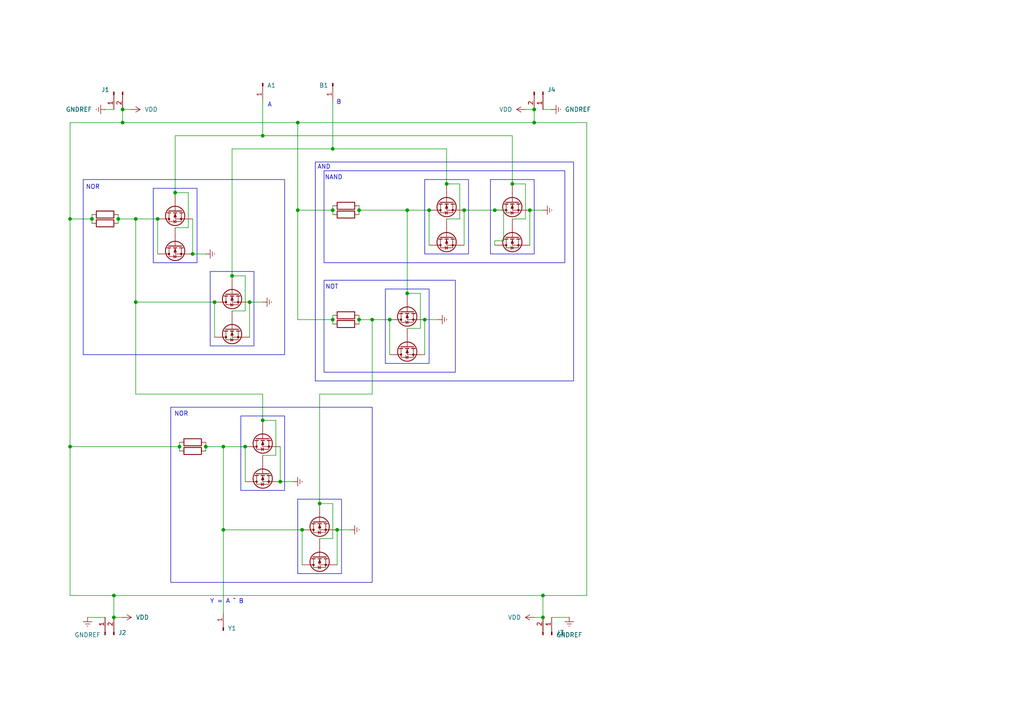
<source format=kicad_sch>
(kicad_sch
	(version 20250114)
	(generator "eeschema")
	(generator_version "9.0")
	(uuid "38b61d3a-980d-41e9-90d9-6607b9c2b652")
	(paper "A4")
	(title_block
		(title "NAND")
		(rev "1.0")
		(company "Cyborg Systems")
		(comment 1 "BlueChip")
	)
	(lib_symbols
		(symbol "2N7000_5"
			(pin_numbers
				(hide yes)
			)
			(pin_names
				(hide yes)
			)
			(exclude_from_sim no)
			(in_bom yes)
			(on_board yes)
			(property "Reference" "Q"
				(at 5.08 1.905 0)
				(effects
					(font
						(size 1.27 1.27)
					)
					(justify left)
				)
			)
			(property "Value" "2N7000"
				(at 5.08 0 0)
				(effects
					(font
						(size 1.27 1.27)
					)
					(justify left)
				)
			)
			(property "Footprint" "Package_TO_SOT_THT:TO-92_Inline"
				(at 5.08 -1.905 0)
				(effects
					(font
						(size 1.27 1.27)
						(italic yes)
					)
					(justify left)
					(hide yes)
				)
			)
			(property "Datasheet" "https://www.vishay.com/docs/70226/70226.pdf"
				(at 5.08 -3.81 0)
				(effects
					(font
						(size 1.27 1.27)
					)
					(justify left)
					(hide yes)
				)
			)
			(property "Description" "0.2A Id, 200V Vds, N-Channel MOSFET, 2.6V Logic Level, TO-92"
				(at 0 0 0)
				(effects
					(font
						(size 1.27 1.27)
					)
					(hide yes)
				)
			)
			(property "ki_keywords" "N-Channel MOSFET Logic-Level"
				(at 0 0 0)
				(effects
					(font
						(size 1.27 1.27)
					)
					(hide yes)
				)
			)
			(property "ki_fp_filters" "TO?92*"
				(at 0 0 0)
				(effects
					(font
						(size 1.27 1.27)
					)
					(hide yes)
				)
			)
			(symbol "2N7000_5_0_1"
				(polyline
					(pts
						(xy 0.254 1.905) (xy 0.254 -1.905)
					)
					(stroke
						(width 0.254)
						(type default)
					)
					(fill
						(type none)
					)
				)
				(polyline
					(pts
						(xy 0.254 0) (xy -2.54 0)
					)
					(stroke
						(width 0)
						(type default)
					)
					(fill
						(type none)
					)
				)
				(polyline
					(pts
						(xy 0.762 2.286) (xy 0.762 1.27)
					)
					(stroke
						(width 0.254)
						(type default)
					)
					(fill
						(type none)
					)
				)
				(polyline
					(pts
						(xy 0.762 0.508) (xy 0.762 -0.508)
					)
					(stroke
						(width 0.254)
						(type default)
					)
					(fill
						(type none)
					)
				)
				(polyline
					(pts
						(xy 0.762 -1.27) (xy 0.762 -2.286)
					)
					(stroke
						(width 0.254)
						(type default)
					)
					(fill
						(type none)
					)
				)
				(polyline
					(pts
						(xy 0.762 -1.778) (xy 3.302 -1.778) (xy 3.302 1.778) (xy 0.762 1.778)
					)
					(stroke
						(width 0)
						(type default)
					)
					(fill
						(type none)
					)
				)
				(polyline
					(pts
						(xy 1.016 0) (xy 2.032 0.381) (xy 2.032 -0.381) (xy 1.016 0)
					)
					(stroke
						(width 0)
						(type default)
					)
					(fill
						(type outline)
					)
				)
				(circle
					(center 1.651 0)
					(radius 2.794)
					(stroke
						(width 0.254)
						(type default)
					)
					(fill
						(type none)
					)
				)
				(polyline
					(pts
						(xy 2.54 2.54) (xy 2.54 1.778)
					)
					(stroke
						(width 0)
						(type default)
					)
					(fill
						(type none)
					)
				)
				(circle
					(center 2.54 1.778)
					(radius 0.254)
					(stroke
						(width 0)
						(type default)
					)
					(fill
						(type outline)
					)
				)
				(circle
					(center 2.54 -1.778)
					(radius 0.254)
					(stroke
						(width 0)
						(type default)
					)
					(fill
						(type outline)
					)
				)
				(polyline
					(pts
						(xy 2.54 -2.54) (xy 2.54 0) (xy 0.762 0)
					)
					(stroke
						(width 0)
						(type default)
					)
					(fill
						(type none)
					)
				)
				(polyline
					(pts
						(xy 2.794 0.508) (xy 2.921 0.381) (xy 3.683 0.381) (xy 3.81 0.254)
					)
					(stroke
						(width 0)
						(type default)
					)
					(fill
						(type none)
					)
				)
				(polyline
					(pts
						(xy 3.302 0.381) (xy 2.921 -0.254) (xy 3.683 -0.254) (xy 3.302 0.381)
					)
					(stroke
						(width 0)
						(type default)
					)
					(fill
						(type none)
					)
				)
			)
			(symbol "2N7000_5_1_1"
				(pin input line
					(at -5.08 0 0)
					(length 2.54)
					(name "G"
						(effects
							(font
								(size 1.27 1.27)
							)
						)
					)
					(number "2"
						(effects
							(font
								(size 1.27 1.27)
							)
						)
					)
				)
				(pin passive line
					(at 2.54 5.08 270)
					(length 2.54)
					(name "D"
						(effects
							(font
								(size 1.27 1.27)
							)
						)
					)
					(number "3"
						(effects
							(font
								(size 1.27 1.27)
							)
						)
					)
				)
				(pin passive line
					(at 2.54 -5.08 90)
					(length 2.54)
					(name "S"
						(effects
							(font
								(size 1.27 1.27)
							)
						)
					)
					(number "1"
						(effects
							(font
								(size 1.27 1.27)
							)
						)
					)
				)
			)
			(embedded_fonts no)
		)
		(symbol "2N7000_6"
			(pin_numbers
				(hide yes)
			)
			(pin_names
				(hide yes)
			)
			(exclude_from_sim no)
			(in_bom yes)
			(on_board yes)
			(property "Reference" "Q"
				(at 5.08 1.905 0)
				(effects
					(font
						(size 1.27 1.27)
					)
					(justify left)
				)
			)
			(property "Value" "2N7000"
				(at 5.08 0 0)
				(effects
					(font
						(size 1.27 1.27)
					)
					(justify left)
				)
			)
			(property "Footprint" "Package_TO_SOT_THT:TO-92_Inline"
				(at 5.08 -1.905 0)
				(effects
					(font
						(size 1.27 1.27)
						(italic yes)
					)
					(justify left)
					(hide yes)
				)
			)
			(property "Datasheet" "https://www.vishay.com/docs/70226/70226.pdf"
				(at 5.08 -3.81 0)
				(effects
					(font
						(size 1.27 1.27)
					)
					(justify left)
					(hide yes)
				)
			)
			(property "Description" "0.2A Id, 200V Vds, N-Channel MOSFET, 2.6V Logic Level, TO-92"
				(at 0 0 0)
				(effects
					(font
						(size 1.27 1.27)
					)
					(hide yes)
				)
			)
			(property "ki_keywords" "N-Channel MOSFET Logic-Level"
				(at 0 0 0)
				(effects
					(font
						(size 1.27 1.27)
					)
					(hide yes)
				)
			)
			(property "ki_fp_filters" "TO?92*"
				(at 0 0 0)
				(effects
					(font
						(size 1.27 1.27)
					)
					(hide yes)
				)
			)
			(symbol "2N7000_6_0_1"
				(polyline
					(pts
						(xy 0.254 1.905) (xy 0.254 -1.905)
					)
					(stroke
						(width 0.254)
						(type default)
					)
					(fill
						(type none)
					)
				)
				(polyline
					(pts
						(xy 0.254 0) (xy -2.54 0)
					)
					(stroke
						(width 0)
						(type default)
					)
					(fill
						(type none)
					)
				)
				(polyline
					(pts
						(xy 0.762 2.286) (xy 0.762 1.27)
					)
					(stroke
						(width 0.254)
						(type default)
					)
					(fill
						(type none)
					)
				)
				(polyline
					(pts
						(xy 0.762 0.508) (xy 0.762 -0.508)
					)
					(stroke
						(width 0.254)
						(type default)
					)
					(fill
						(type none)
					)
				)
				(polyline
					(pts
						(xy 0.762 -1.27) (xy 0.762 -2.286)
					)
					(stroke
						(width 0.254)
						(type default)
					)
					(fill
						(type none)
					)
				)
				(polyline
					(pts
						(xy 0.762 -1.778) (xy 3.302 -1.778) (xy 3.302 1.778) (xy 0.762 1.778)
					)
					(stroke
						(width 0)
						(type default)
					)
					(fill
						(type none)
					)
				)
				(polyline
					(pts
						(xy 1.016 0) (xy 2.032 0.381) (xy 2.032 -0.381) (xy 1.016 0)
					)
					(stroke
						(width 0)
						(type default)
					)
					(fill
						(type outline)
					)
				)
				(circle
					(center 1.651 0)
					(radius 2.794)
					(stroke
						(width 0.254)
						(type default)
					)
					(fill
						(type none)
					)
				)
				(polyline
					(pts
						(xy 2.54 2.54) (xy 2.54 1.778)
					)
					(stroke
						(width 0)
						(type default)
					)
					(fill
						(type none)
					)
				)
				(circle
					(center 2.54 1.778)
					(radius 0.254)
					(stroke
						(width 0)
						(type default)
					)
					(fill
						(type outline)
					)
				)
				(circle
					(center 2.54 -1.778)
					(radius 0.254)
					(stroke
						(width 0)
						(type default)
					)
					(fill
						(type outline)
					)
				)
				(polyline
					(pts
						(xy 2.54 -2.54) (xy 2.54 0) (xy 0.762 0)
					)
					(stroke
						(width 0)
						(type default)
					)
					(fill
						(type none)
					)
				)
				(polyline
					(pts
						(xy 2.794 0.508) (xy 2.921 0.381) (xy 3.683 0.381) (xy 3.81 0.254)
					)
					(stroke
						(width 0)
						(type default)
					)
					(fill
						(type none)
					)
				)
				(polyline
					(pts
						(xy 3.302 0.381) (xy 2.921 -0.254) (xy 3.683 -0.254) (xy 3.302 0.381)
					)
					(stroke
						(width 0)
						(type default)
					)
					(fill
						(type none)
					)
				)
			)
			(symbol "2N7000_6_1_1"
				(pin input line
					(at -5.08 0 0)
					(length 2.54)
					(name "G"
						(effects
							(font
								(size 1.27 1.27)
							)
						)
					)
					(number "2"
						(effects
							(font
								(size 1.27 1.27)
							)
						)
					)
				)
				(pin passive line
					(at 2.54 5.08 270)
					(length 2.54)
					(name "D"
						(effects
							(font
								(size 1.27 1.27)
							)
						)
					)
					(number "3"
						(effects
							(font
								(size 1.27 1.27)
							)
						)
					)
				)
				(pin passive line
					(at 2.54 -5.08 90)
					(length 2.54)
					(name "S"
						(effects
							(font
								(size 1.27 1.27)
							)
						)
					)
					(number "1"
						(effects
							(font
								(size 1.27 1.27)
							)
						)
					)
				)
			)
			(embedded_fonts no)
		)
		(symbol "2N7000_7"
			(pin_numbers
				(hide yes)
			)
			(pin_names
				(hide yes)
			)
			(exclude_from_sim no)
			(in_bom yes)
			(on_board yes)
			(property "Reference" "Q"
				(at 5.08 1.905 0)
				(effects
					(font
						(size 1.27 1.27)
					)
					(justify left)
				)
			)
			(property "Value" "2N7000"
				(at 5.08 0 0)
				(effects
					(font
						(size 1.27 1.27)
					)
					(justify left)
				)
			)
			(property "Footprint" "Package_TO_SOT_THT:TO-92_Inline"
				(at 5.08 -1.905 0)
				(effects
					(font
						(size 1.27 1.27)
						(italic yes)
					)
					(justify left)
					(hide yes)
				)
			)
			(property "Datasheet" "https://www.vishay.com/docs/70226/70226.pdf"
				(at 5.08 -3.81 0)
				(effects
					(font
						(size 1.27 1.27)
					)
					(justify left)
					(hide yes)
				)
			)
			(property "Description" "0.2A Id, 200V Vds, N-Channel MOSFET, 2.6V Logic Level, TO-92"
				(at 0 0 0)
				(effects
					(font
						(size 1.27 1.27)
					)
					(hide yes)
				)
			)
			(property "ki_keywords" "N-Channel MOSFET Logic-Level"
				(at 0 0 0)
				(effects
					(font
						(size 1.27 1.27)
					)
					(hide yes)
				)
			)
			(property "ki_fp_filters" "TO?92*"
				(at 0 0 0)
				(effects
					(font
						(size 1.27 1.27)
					)
					(hide yes)
				)
			)
			(symbol "2N7000_7_0_1"
				(polyline
					(pts
						(xy 0.254 1.905) (xy 0.254 -1.905)
					)
					(stroke
						(width 0.254)
						(type default)
					)
					(fill
						(type none)
					)
				)
				(polyline
					(pts
						(xy 0.254 0) (xy -2.54 0)
					)
					(stroke
						(width 0)
						(type default)
					)
					(fill
						(type none)
					)
				)
				(polyline
					(pts
						(xy 0.762 2.286) (xy 0.762 1.27)
					)
					(stroke
						(width 0.254)
						(type default)
					)
					(fill
						(type none)
					)
				)
				(polyline
					(pts
						(xy 0.762 0.508) (xy 0.762 -0.508)
					)
					(stroke
						(width 0.254)
						(type default)
					)
					(fill
						(type none)
					)
				)
				(polyline
					(pts
						(xy 0.762 -1.27) (xy 0.762 -2.286)
					)
					(stroke
						(width 0.254)
						(type default)
					)
					(fill
						(type none)
					)
				)
				(polyline
					(pts
						(xy 0.762 -1.778) (xy 3.302 -1.778) (xy 3.302 1.778) (xy 0.762 1.778)
					)
					(stroke
						(width 0)
						(type default)
					)
					(fill
						(type none)
					)
				)
				(polyline
					(pts
						(xy 1.016 0) (xy 2.032 0.381) (xy 2.032 -0.381) (xy 1.016 0)
					)
					(stroke
						(width 0)
						(type default)
					)
					(fill
						(type outline)
					)
				)
				(circle
					(center 1.651 0)
					(radius 2.794)
					(stroke
						(width 0.254)
						(type default)
					)
					(fill
						(type none)
					)
				)
				(polyline
					(pts
						(xy 2.54 2.54) (xy 2.54 1.778)
					)
					(stroke
						(width 0)
						(type default)
					)
					(fill
						(type none)
					)
				)
				(circle
					(center 2.54 1.778)
					(radius 0.254)
					(stroke
						(width 0)
						(type default)
					)
					(fill
						(type outline)
					)
				)
				(circle
					(center 2.54 -1.778)
					(radius 0.254)
					(stroke
						(width 0)
						(type default)
					)
					(fill
						(type outline)
					)
				)
				(polyline
					(pts
						(xy 2.54 -2.54) (xy 2.54 0) (xy 0.762 0)
					)
					(stroke
						(width 0)
						(type default)
					)
					(fill
						(type none)
					)
				)
				(polyline
					(pts
						(xy 2.794 0.508) (xy 2.921 0.381) (xy 3.683 0.381) (xy 3.81 0.254)
					)
					(stroke
						(width 0)
						(type default)
					)
					(fill
						(type none)
					)
				)
				(polyline
					(pts
						(xy 3.302 0.381) (xy 2.921 -0.254) (xy 3.683 -0.254) (xy 3.302 0.381)
					)
					(stroke
						(width 0)
						(type default)
					)
					(fill
						(type none)
					)
				)
			)
			(symbol "2N7000_7_1_1"
				(pin input line
					(at -5.08 0 0)
					(length 2.54)
					(name "G"
						(effects
							(font
								(size 1.27 1.27)
							)
						)
					)
					(number "2"
						(effects
							(font
								(size 1.27 1.27)
							)
						)
					)
				)
				(pin passive line
					(at 2.54 5.08 270)
					(length 2.54)
					(name "D"
						(effects
							(font
								(size 1.27 1.27)
							)
						)
					)
					(number "3"
						(effects
							(font
								(size 1.27 1.27)
							)
						)
					)
				)
				(pin passive line
					(at 2.54 -5.08 90)
					(length 2.54)
					(name "S"
						(effects
							(font
								(size 1.27 1.27)
							)
						)
					)
					(number "1"
						(effects
							(font
								(size 1.27 1.27)
							)
						)
					)
				)
			)
			(embedded_fonts no)
		)
		(symbol "2N7000_8"
			(pin_numbers
				(hide yes)
			)
			(pin_names
				(hide yes)
			)
			(exclude_from_sim no)
			(in_bom yes)
			(on_board yes)
			(property "Reference" "Q"
				(at 5.08 1.905 0)
				(effects
					(font
						(size 1.27 1.27)
					)
					(justify left)
				)
			)
			(property "Value" "2N7000"
				(at 5.08 0 0)
				(effects
					(font
						(size 1.27 1.27)
					)
					(justify left)
				)
			)
			(property "Footprint" "Package_TO_SOT_THT:TO-92_Inline"
				(at 5.08 -1.905 0)
				(effects
					(font
						(size 1.27 1.27)
						(italic yes)
					)
					(justify left)
					(hide yes)
				)
			)
			(property "Datasheet" "https://www.vishay.com/docs/70226/70226.pdf"
				(at 5.08 -3.81 0)
				(effects
					(font
						(size 1.27 1.27)
					)
					(justify left)
					(hide yes)
				)
			)
			(property "Description" "0.2A Id, 200V Vds, N-Channel MOSFET, 2.6V Logic Level, TO-92"
				(at 0 0 0)
				(effects
					(font
						(size 1.27 1.27)
					)
					(hide yes)
				)
			)
			(property "ki_keywords" "N-Channel MOSFET Logic-Level"
				(at 0 0 0)
				(effects
					(font
						(size 1.27 1.27)
					)
					(hide yes)
				)
			)
			(property "ki_fp_filters" "TO?92*"
				(at 0 0 0)
				(effects
					(font
						(size 1.27 1.27)
					)
					(hide yes)
				)
			)
			(symbol "2N7000_8_0_1"
				(polyline
					(pts
						(xy 0.254 1.905) (xy 0.254 -1.905)
					)
					(stroke
						(width 0.254)
						(type default)
					)
					(fill
						(type none)
					)
				)
				(polyline
					(pts
						(xy 0.254 0) (xy -2.54 0)
					)
					(stroke
						(width 0)
						(type default)
					)
					(fill
						(type none)
					)
				)
				(polyline
					(pts
						(xy 0.762 2.286) (xy 0.762 1.27)
					)
					(stroke
						(width 0.254)
						(type default)
					)
					(fill
						(type none)
					)
				)
				(polyline
					(pts
						(xy 0.762 0.508) (xy 0.762 -0.508)
					)
					(stroke
						(width 0.254)
						(type default)
					)
					(fill
						(type none)
					)
				)
				(polyline
					(pts
						(xy 0.762 -1.27) (xy 0.762 -2.286)
					)
					(stroke
						(width 0.254)
						(type default)
					)
					(fill
						(type none)
					)
				)
				(polyline
					(pts
						(xy 0.762 -1.778) (xy 3.302 -1.778) (xy 3.302 1.778) (xy 0.762 1.778)
					)
					(stroke
						(width 0)
						(type default)
					)
					(fill
						(type none)
					)
				)
				(polyline
					(pts
						(xy 1.016 0) (xy 2.032 0.381) (xy 2.032 -0.381) (xy 1.016 0)
					)
					(stroke
						(width 0)
						(type default)
					)
					(fill
						(type outline)
					)
				)
				(circle
					(center 1.651 0)
					(radius 2.794)
					(stroke
						(width 0.254)
						(type default)
					)
					(fill
						(type none)
					)
				)
				(polyline
					(pts
						(xy 2.54 2.54) (xy 2.54 1.778)
					)
					(stroke
						(width 0)
						(type default)
					)
					(fill
						(type none)
					)
				)
				(circle
					(center 2.54 1.778)
					(radius 0.254)
					(stroke
						(width 0)
						(type default)
					)
					(fill
						(type outline)
					)
				)
				(circle
					(center 2.54 -1.778)
					(radius 0.254)
					(stroke
						(width 0)
						(type default)
					)
					(fill
						(type outline)
					)
				)
				(polyline
					(pts
						(xy 2.54 -2.54) (xy 2.54 0) (xy 0.762 0)
					)
					(stroke
						(width 0)
						(type default)
					)
					(fill
						(type none)
					)
				)
				(polyline
					(pts
						(xy 2.794 0.508) (xy 2.921 0.381) (xy 3.683 0.381) (xy 3.81 0.254)
					)
					(stroke
						(width 0)
						(type default)
					)
					(fill
						(type none)
					)
				)
				(polyline
					(pts
						(xy 3.302 0.381) (xy 2.921 -0.254) (xy 3.683 -0.254) (xy 3.302 0.381)
					)
					(stroke
						(width 0)
						(type default)
					)
					(fill
						(type none)
					)
				)
			)
			(symbol "2N7000_8_1_1"
				(pin input line
					(at -5.08 0 0)
					(length 2.54)
					(name "G"
						(effects
							(font
								(size 1.27 1.27)
							)
						)
					)
					(number "2"
						(effects
							(font
								(size 1.27 1.27)
							)
						)
					)
				)
				(pin passive line
					(at 2.54 5.08 270)
					(length 2.54)
					(name "D"
						(effects
							(font
								(size 1.27 1.27)
							)
						)
					)
					(number "3"
						(effects
							(font
								(size 1.27 1.27)
							)
						)
					)
				)
				(pin passive line
					(at 2.54 -5.08 90)
					(length 2.54)
					(name "S"
						(effects
							(font
								(size 1.27 1.27)
							)
						)
					)
					(number "1"
						(effects
							(font
								(size 1.27 1.27)
							)
						)
					)
				)
			)
			(embedded_fonts no)
		)
		(symbol "Connector:Conn_01x01_Pin"
			(pin_names
				(offset 1.016)
				(hide yes)
			)
			(exclude_from_sim no)
			(in_bom yes)
			(on_board yes)
			(property "Reference" "J"
				(at 0 2.54 0)
				(effects
					(font
						(size 1.27 1.27)
					)
				)
			)
			(property "Value" "Conn_01x01_Pin"
				(at 0 -2.54 0)
				(effects
					(font
						(size 1.27 1.27)
					)
				)
			)
			(property "Footprint" ""
				(at 0 0 0)
				(effects
					(font
						(size 1.27 1.27)
					)
					(hide yes)
				)
			)
			(property "Datasheet" "~"
				(at 0 0 0)
				(effects
					(font
						(size 1.27 1.27)
					)
					(hide yes)
				)
			)
			(property "Description" "Generic connector, single row, 01x01, script generated"
				(at 0 0 0)
				(effects
					(font
						(size 1.27 1.27)
					)
					(hide yes)
				)
			)
			(property "ki_locked" ""
				(at 0 0 0)
				(effects
					(font
						(size 1.27 1.27)
					)
				)
			)
			(property "ki_keywords" "connector"
				(at 0 0 0)
				(effects
					(font
						(size 1.27 1.27)
					)
					(hide yes)
				)
			)
			(property "ki_fp_filters" "Connector*:*_1x??_*"
				(at 0 0 0)
				(effects
					(font
						(size 1.27 1.27)
					)
					(hide yes)
				)
			)
			(symbol "Conn_01x01_Pin_1_1"
				(rectangle
					(start 0.8636 0.127)
					(end 0 -0.127)
					(stroke
						(width 0.1524)
						(type default)
					)
					(fill
						(type outline)
					)
				)
				(polyline
					(pts
						(xy 1.27 0) (xy 0.8636 0)
					)
					(stroke
						(width 0.1524)
						(type default)
					)
					(fill
						(type none)
					)
				)
				(pin passive line
					(at 5.08 0 180)
					(length 3.81)
					(name "Pin_1"
						(effects
							(font
								(size 1.27 1.27)
							)
						)
					)
					(number "1"
						(effects
							(font
								(size 1.27 1.27)
							)
						)
					)
				)
			)
			(embedded_fonts no)
		)
		(symbol "Connector:Conn_01x02_Pin"
			(pin_names
				(offset 1.016)
				(hide yes)
			)
			(exclude_from_sim no)
			(in_bom yes)
			(on_board yes)
			(property "Reference" "J"
				(at 0 2.54 0)
				(effects
					(font
						(size 1.27 1.27)
					)
				)
			)
			(property "Value" "Conn_01x02_Pin"
				(at 0 -5.08 0)
				(effects
					(font
						(size 1.27 1.27)
					)
				)
			)
			(property "Footprint" ""
				(at 0 0 0)
				(effects
					(font
						(size 1.27 1.27)
					)
					(hide yes)
				)
			)
			(property "Datasheet" "~"
				(at 0 0 0)
				(effects
					(font
						(size 1.27 1.27)
					)
					(hide yes)
				)
			)
			(property "Description" "Generic connector, single row, 01x02, script generated"
				(at 0 0 0)
				(effects
					(font
						(size 1.27 1.27)
					)
					(hide yes)
				)
			)
			(property "ki_locked" ""
				(at 0 0 0)
				(effects
					(font
						(size 1.27 1.27)
					)
				)
			)
			(property "ki_keywords" "connector"
				(at 0 0 0)
				(effects
					(font
						(size 1.27 1.27)
					)
					(hide yes)
				)
			)
			(property "ki_fp_filters" "Connector*:*_1x??_*"
				(at 0 0 0)
				(effects
					(font
						(size 1.27 1.27)
					)
					(hide yes)
				)
			)
			(symbol "Conn_01x02_Pin_1_1"
				(rectangle
					(start 0.8636 0.127)
					(end 0 -0.127)
					(stroke
						(width 0.1524)
						(type default)
					)
					(fill
						(type outline)
					)
				)
				(rectangle
					(start 0.8636 -2.413)
					(end 0 -2.667)
					(stroke
						(width 0.1524)
						(type default)
					)
					(fill
						(type outline)
					)
				)
				(polyline
					(pts
						(xy 1.27 0) (xy 0.8636 0)
					)
					(stroke
						(width 0.1524)
						(type default)
					)
					(fill
						(type none)
					)
				)
				(polyline
					(pts
						(xy 1.27 -2.54) (xy 0.8636 -2.54)
					)
					(stroke
						(width 0.1524)
						(type default)
					)
					(fill
						(type none)
					)
				)
				(pin passive line
					(at 5.08 0 180)
					(length 3.81)
					(name "Pin_1"
						(effects
							(font
								(size 1.27 1.27)
							)
						)
					)
					(number "1"
						(effects
							(font
								(size 1.27 1.27)
							)
						)
					)
				)
				(pin passive line
					(at 5.08 -2.54 180)
					(length 3.81)
					(name "Pin_2"
						(effects
							(font
								(size 1.27 1.27)
							)
						)
					)
					(number "2"
						(effects
							(font
								(size 1.27 1.27)
							)
						)
					)
				)
			)
			(embedded_fonts no)
		)
		(symbol "Device:R"
			(pin_numbers
				(hide yes)
			)
			(pin_names
				(offset 0)
			)
			(exclude_from_sim no)
			(in_bom yes)
			(on_board yes)
			(property "Reference" "R"
				(at 2.032 0 90)
				(effects
					(font
						(size 1.27 1.27)
					)
				)
			)
			(property "Value" "R"
				(at 0 0 90)
				(effects
					(font
						(size 1.27 1.27)
					)
				)
			)
			(property "Footprint" ""
				(at -1.778 0 90)
				(effects
					(font
						(size 1.27 1.27)
					)
					(hide yes)
				)
			)
			(property "Datasheet" "~"
				(at 0 0 0)
				(effects
					(font
						(size 1.27 1.27)
					)
					(hide yes)
				)
			)
			(property "Description" "Resistor"
				(at 0 0 0)
				(effects
					(font
						(size 1.27 1.27)
					)
					(hide yes)
				)
			)
			(property "ki_keywords" "R res resistor"
				(at 0 0 0)
				(effects
					(font
						(size 1.27 1.27)
					)
					(hide yes)
				)
			)
			(property "ki_fp_filters" "R_*"
				(at 0 0 0)
				(effects
					(font
						(size 1.27 1.27)
					)
					(hide yes)
				)
			)
			(symbol "R_0_1"
				(rectangle
					(start -1.016 -2.54)
					(end 1.016 2.54)
					(stroke
						(width 0.254)
						(type default)
					)
					(fill
						(type none)
					)
				)
			)
			(symbol "R_1_1"
				(pin passive line
					(at 0 3.81 270)
					(length 1.27)
					(name "~"
						(effects
							(font
								(size 1.27 1.27)
							)
						)
					)
					(number "1"
						(effects
							(font
								(size 1.27 1.27)
							)
						)
					)
				)
				(pin passive line
					(at 0 -3.81 90)
					(length 1.27)
					(name "~"
						(effects
							(font
								(size 1.27 1.27)
							)
						)
					)
					(number "2"
						(effects
							(font
								(size 1.27 1.27)
							)
						)
					)
				)
			)
			(embedded_fonts no)
		)
		(symbol "power:GNDREF"
			(power)
			(pin_numbers
				(hide yes)
			)
			(pin_names
				(offset 0)
				(hide yes)
			)
			(exclude_from_sim no)
			(in_bom yes)
			(on_board yes)
			(property "Reference" "#PWR"
				(at 0 -6.35 0)
				(effects
					(font
						(size 1.27 1.27)
					)
					(hide yes)
				)
			)
			(property "Value" "GNDREF"
				(at 0 -3.81 0)
				(effects
					(font
						(size 1.27 1.27)
					)
				)
			)
			(property "Footprint" ""
				(at 0 0 0)
				(effects
					(font
						(size 1.27 1.27)
					)
					(hide yes)
				)
			)
			(property "Datasheet" ""
				(at 0 0 0)
				(effects
					(font
						(size 1.27 1.27)
					)
					(hide yes)
				)
			)
			(property "Description" "Power symbol creates a global label with name \"GNDREF\" , reference supply ground"
				(at 0 0 0)
				(effects
					(font
						(size 1.27 1.27)
					)
					(hide yes)
				)
			)
			(property "ki_keywords" "global power"
				(at 0 0 0)
				(effects
					(font
						(size 1.27 1.27)
					)
					(hide yes)
				)
			)
			(symbol "GNDREF_0_1"
				(polyline
					(pts
						(xy -0.635 -1.905) (xy 0.635 -1.905)
					)
					(stroke
						(width 0)
						(type default)
					)
					(fill
						(type none)
					)
				)
				(polyline
					(pts
						(xy -0.127 -2.54) (xy 0.127 -2.54)
					)
					(stroke
						(width 0)
						(type default)
					)
					(fill
						(type none)
					)
				)
				(polyline
					(pts
						(xy 0 -1.27) (xy 0 0)
					)
					(stroke
						(width 0)
						(type default)
					)
					(fill
						(type none)
					)
				)
				(polyline
					(pts
						(xy 1.27 -1.27) (xy -1.27 -1.27)
					)
					(stroke
						(width 0)
						(type default)
					)
					(fill
						(type none)
					)
				)
			)
			(symbol "GNDREF_1_1"
				(pin power_in line
					(at 0 0 270)
					(length 0)
					(name "~"
						(effects
							(font
								(size 1.27 1.27)
							)
						)
					)
					(number "1"
						(effects
							(font
								(size 1.27 1.27)
							)
						)
					)
				)
			)
			(embedded_fonts no)
		)
		(symbol "power:VDD"
			(power)
			(pin_numbers
				(hide yes)
			)
			(pin_names
				(offset 0)
				(hide yes)
			)
			(exclude_from_sim no)
			(in_bom yes)
			(on_board yes)
			(property "Reference" "#PWR"
				(at 0 -3.81 0)
				(effects
					(font
						(size 1.27 1.27)
					)
					(hide yes)
				)
			)
			(property "Value" "VDD"
				(at 0 3.556 0)
				(effects
					(font
						(size 1.27 1.27)
					)
				)
			)
			(property "Footprint" ""
				(at 0 0 0)
				(effects
					(font
						(size 1.27 1.27)
					)
					(hide yes)
				)
			)
			(property "Datasheet" ""
				(at 0 0 0)
				(effects
					(font
						(size 1.27 1.27)
					)
					(hide yes)
				)
			)
			(property "Description" "Power symbol creates a global label with name \"VDD\""
				(at 0 0 0)
				(effects
					(font
						(size 1.27 1.27)
					)
					(hide yes)
				)
			)
			(property "ki_keywords" "global power"
				(at 0 0 0)
				(effects
					(font
						(size 1.27 1.27)
					)
					(hide yes)
				)
			)
			(symbol "VDD_0_1"
				(polyline
					(pts
						(xy -0.762 1.27) (xy 0 2.54)
					)
					(stroke
						(width 0)
						(type default)
					)
					(fill
						(type none)
					)
				)
				(polyline
					(pts
						(xy 0 2.54) (xy 0.762 1.27)
					)
					(stroke
						(width 0)
						(type default)
					)
					(fill
						(type none)
					)
				)
				(polyline
					(pts
						(xy 0 0) (xy 0 2.54)
					)
					(stroke
						(width 0)
						(type default)
					)
					(fill
						(type none)
					)
				)
			)
			(symbol "VDD_1_1"
				(pin power_in line
					(at 0 0 90)
					(length 0)
					(name "~"
						(effects
							(font
								(size 1.27 1.27)
							)
						)
					)
					(number "1"
						(effects
							(font
								(size 1.27 1.27)
							)
						)
					)
				)
			)
			(embedded_fonts no)
		)
	)
	(rectangle
		(start 86.36 144.78)
		(end 99.06 166.37)
		(stroke
			(width 0)
			(type default)
		)
		(fill
			(type none)
		)
		(uuid 02c554b2-5ad6-4f54-a5cd-ce58c08e0bdf)
	)
	(rectangle
		(start 142.24 52.07)
		(end 154.94 73.66)
		(stroke
			(width 0)
			(type default)
		)
		(fill
			(type none)
		)
		(uuid 1a6d7c4c-84c6-4607-a943-97e8ba715019)
	)
	(rectangle
		(start 93.98 49.53)
		(end 163.83 76.2)
		(stroke
			(width 0)
			(type default)
		)
		(fill
			(type none)
		)
		(uuid 405460bc-218b-4c57-ba60-593732c08565)
	)
	(rectangle
		(start 69.85 120.65)
		(end 82.55 142.24)
		(stroke
			(width 0)
			(type default)
		)
		(fill
			(type none)
		)
		(uuid 45bbebad-5b79-45ed-b10f-763361e318c2)
	)
	(rectangle
		(start 123.19 52.07)
		(end 135.89 73.66)
		(stroke
			(width 0)
			(type default)
		)
		(fill
			(type none)
		)
		(uuid 512aa4d7-5e4c-49f6-b6bb-344dbca6e1ce)
	)
	(rectangle
		(start 91.44 46.99)
		(end 166.37 110.49)
		(stroke
			(width 0)
			(type default)
		)
		(fill
			(type none)
		)
		(uuid 52254e5b-d46c-4c9e-8a9d-16b2463e4e5d)
	)
	(rectangle
		(start 49.53 118.11)
		(end 107.95 168.91)
		(stroke
			(width 0)
			(type default)
		)
		(fill
			(type none)
		)
		(uuid 5ad5e8ef-4e9c-4c53-a525-2d4e2f336979)
	)
	(rectangle
		(start 60.96 78.74)
		(end 73.66 100.33)
		(stroke
			(width 0)
			(type default)
		)
		(fill
			(type none)
		)
		(uuid 986a2ca0-5bdf-4434-aa99-bfc91dafb680)
	)
	(rectangle
		(start 24.13 52.07)
		(end 82.55 102.87)
		(stroke
			(width 0)
			(type default)
		)
		(fill
			(type none)
		)
		(uuid a52a5284-ce65-420b-b5ef-2c2ca8ccce97)
	)
	(rectangle
		(start 44.45 54.61)
		(end 57.15 76.2)
		(stroke
			(width 0)
			(type default)
		)
		(fill
			(type none)
		)
		(uuid a8f35313-e578-49fd-b386-fffa3456e1fa)
	)
	(rectangle
		(start 93.98 81.28)
		(end 132.08 107.95)
		(stroke
			(width 0)
			(type default)
		)
		(fill
			(type none)
		)
		(uuid ab2ac0fc-8ac7-4237-884c-2d066ccf72fe)
	)
	(rectangle
		(start 111.76 83.82)
		(end 124.46 105.41)
		(stroke
			(width 0)
			(type default)
		)
		(fill
			(type none)
		)
		(uuid e35d53fd-ae52-4bff-9fb9-4cfd265f01b7)
	)
	(text "NOR"
		(exclude_from_sim no)
		(at 52.578 120.142 0)
		(effects
			(font
				(size 1.27 1.27)
			)
		)
		(uuid "0e3020bd-b7c3-4a4e-93c5-192eb753f57e")
	)
	(text "AND"
		(exclude_from_sim no)
		(at 93.98 48.514 0)
		(effects
			(font
				(size 1.27 1.27)
			)
		)
		(uuid "22485bf9-9dd5-40cd-aca6-fffb0d7268ce")
	)
	(text "NAND"
		(exclude_from_sim no)
		(at 96.774 51.562 0)
		(effects
			(font
				(size 1.27 1.27)
			)
		)
		(uuid "34a72f70-cdd5-439d-8f79-912b5df9876c")
	)
	(text "Y = A ^ B"
		(exclude_from_sim no)
		(at 65.786 174.498 0)
		(effects
			(font
				(size 1.27 1.27)
			)
		)
		(uuid "497e8509-d4ce-448e-a18d-aa0c355a26df")
	)
	(text "A"
		(exclude_from_sim no)
		(at 78.232 30.48 0)
		(effects
			(font
				(size 1.27 1.27)
			)
		)
		(uuid "4ac6e464-8152-4d05-8e05-0a778b020b4a")
	)
	(text "NOR"
		(exclude_from_sim no)
		(at 26.924 54.356 0)
		(effects
			(font
				(size 1.27 1.27)
			)
		)
		(uuid "b5036cfc-c18b-467d-b1ce-a0339c816f0d")
	)
	(text "B"
		(exclude_from_sim no)
		(at 98.298 29.718 0)
		(effects
			(font
				(size 1.27 1.27)
			)
		)
		(uuid "c5843d60-ce43-44f4-90af-b4be11d04bf6")
	)
	(text "NOT"
		(exclude_from_sim no)
		(at 96.266 83.312 0)
		(effects
			(font
				(size 1.27 1.27)
			)
		)
		(uuid "f393ec0a-5b23-414c-b79e-193f46a78b30")
	)
	(junction
		(at 67.31 80.01)
		(diameter 0)
		(color 0 0 0 0)
		(uuid "0536c7b9-35b7-4c67-8cc6-322e85dd8d23")
	)
	(junction
		(at 123.19 92.71)
		(diameter 0)
		(color 0 0 0 0)
		(uuid "08d594e8-b6e7-49a2-92cf-d750083c0a12")
	)
	(junction
		(at 33.02 172.72)
		(diameter 0)
		(color 0 0 0 0)
		(uuid "09aa40e3-4be6-41fe-8e30-8d06f60df582")
	)
	(junction
		(at 35.56 31.75)
		(diameter 0)
		(color 0 0 0 0)
		(uuid "0ed6032b-b1c6-44de-9419-95faa1027d7f")
	)
	(junction
		(at 64.77 129.54)
		(diameter 0)
		(color 0 0 0 0)
		(uuid "1102407f-c96b-4ac7-b02c-72b6603d085b")
	)
	(junction
		(at 76.2 121.92)
		(diameter 0)
		(color 0 0 0 0)
		(uuid "11565a86-6dd9-4bce-92a5-e7fd76ae114b")
	)
	(junction
		(at 39.37 63.5)
		(diameter 0)
		(color 0 0 0 0)
		(uuid "14ecfb3a-a254-480e-945f-16e6895ef005")
	)
	(junction
		(at 148.59 53.34)
		(diameter 0)
		(color 0 0 0 0)
		(uuid "1613659f-9833-43fe-bc9d-0c8dfcd7c504")
	)
	(junction
		(at 72.39 87.63)
		(diameter 0)
		(color 0 0 0 0)
		(uuid "1d95cbe7-7106-42b0-80cc-c0d4c21ae8ef")
	)
	(junction
		(at 134.62 60.96)
		(diameter 0)
		(color 0 0 0 0)
		(uuid "1e8a646a-e185-4c51-9a70-d15ec840c08c")
	)
	(junction
		(at 64.77 153.67)
		(diameter 0)
		(color 0 0 0 0)
		(uuid "232cb0dd-c49c-43e8-97e9-a338aebcb67f")
	)
	(junction
		(at 96.52 92.71)
		(diameter 0)
		(color 0 0 0 0)
		(uuid "285b8018-c9d3-4690-9a0e-8455b4568192")
	)
	(junction
		(at 143.51 60.96)
		(diameter 0)
		(color 0 0 0 0)
		(uuid "2f514ec5-7f4a-408c-be6a-46b7796d0005")
	)
	(junction
		(at 52.07 129.54)
		(diameter 0)
		(color 0 0 0 0)
		(uuid "389d3cc3-cbbf-4e77-a6a4-de5468d63c13")
	)
	(junction
		(at 86.36 60.96)
		(diameter 0)
		(color 0 0 0 0)
		(uuid "39360dec-ee91-441b-a040-8b3c9026e05e")
	)
	(junction
		(at 71.12 129.54)
		(diameter 0)
		(color 0 0 0 0)
		(uuid "40693aeb-e882-4ac5-ac6b-4ae9cfc6c670")
	)
	(junction
		(at 104.14 60.96)
		(diameter 0)
		(color 0 0 0 0)
		(uuid "43d9a2ee-5c4c-43bb-a849-0ec1beda2315")
	)
	(junction
		(at 92.71 146.05)
		(diameter 0)
		(color 0 0 0 0)
		(uuid "4da65f52-15e4-4cbe-8679-63d65a007705")
	)
	(junction
		(at 86.36 35.56)
		(diameter 0)
		(color 0 0 0 0)
		(uuid "560143aa-3078-4f2b-aaca-575413709f71")
	)
	(junction
		(at 87.63 153.67)
		(diameter 0)
		(color 0 0 0 0)
		(uuid "66d4909f-1555-4e5a-ac93-9047ce2fdc80")
	)
	(junction
		(at 129.54 53.34)
		(diameter 0)
		(color 0 0 0 0)
		(uuid "69da6319-bb33-4541-beae-51a36bbcc85b")
	)
	(junction
		(at 157.48 172.72)
		(diameter 0)
		(color 0 0 0 0)
		(uuid "6a623bfd-87a7-468b-a5ee-bff351e4d464")
	)
	(junction
		(at 96.52 60.96)
		(diameter 0)
		(color 0 0 0 0)
		(uuid "71c6f237-20c1-4f8b-8073-cc214b697b04")
	)
	(junction
		(at 26.67 63.5)
		(diameter 0)
		(color 0 0 0 0)
		(uuid "77a0421e-e67b-4805-8f81-0ae9e7d4d042")
	)
	(junction
		(at 62.23 87.63)
		(diameter 0)
		(color 0 0 0 0)
		(uuid "7b224db7-9148-4f7e-91b3-eba7c3ae4e92")
	)
	(junction
		(at 50.8 55.88)
		(diameter 0)
		(color 0 0 0 0)
		(uuid "7c9dd752-3e9f-4dcd-8de1-c09b0b465094")
	)
	(junction
		(at 97.79 153.67)
		(diameter 0)
		(color 0 0 0 0)
		(uuid "7dcd0084-4d04-4795-80bd-c7cbd8b6d6cf")
	)
	(junction
		(at 55.88 73.66)
		(diameter 0)
		(color 0 0 0 0)
		(uuid "7fcbdf87-e7e6-4433-aac2-ebccfaa870be")
	)
	(junction
		(at 20.32 129.54)
		(diameter 0)
		(color 0 0 0 0)
		(uuid "8a17aa1a-d1df-4dae-96b4-537ac45f1d47")
	)
	(junction
		(at 157.48 179.07)
		(diameter 0)
		(color 0 0 0 0)
		(uuid "8fff45ff-6962-4914-af7d-e73cefd0a14f")
	)
	(junction
		(at 59.69 129.54)
		(diameter 0)
		(color 0 0 0 0)
		(uuid "93cf2567-9257-4253-b74b-4ab4b10381f2")
	)
	(junction
		(at 154.94 31.75)
		(diameter 0)
		(color 0 0 0 0)
		(uuid "9894daa5-897f-4cc9-9498-387d115e961d")
	)
	(junction
		(at 153.67 60.96)
		(diameter 0)
		(color 0 0 0 0)
		(uuid "9b29ecb5-4770-4b30-8fc2-586dd79fe75b")
	)
	(junction
		(at 45.72 63.5)
		(diameter 0)
		(color 0 0 0 0)
		(uuid "9ec9187e-2544-400c-9521-01e29db66410")
	)
	(junction
		(at 35.56 35.56)
		(diameter 0)
		(color 0 0 0 0)
		(uuid "a1fba464-3835-4d9c-8fc4-3a64089e5658")
	)
	(junction
		(at 96.52 43.18)
		(diameter 0)
		(color 0 0 0 0)
		(uuid "a48c3ba8-498d-46f0-8a06-79a15d810218")
	)
	(junction
		(at 33.02 179.07)
		(diameter 0)
		(color 0 0 0 0)
		(uuid "a5941e0c-254d-4b5f-bc47-54824dfbb08f")
	)
	(junction
		(at 107.95 92.71)
		(diameter 0)
		(color 0 0 0 0)
		(uuid "b0ac1b1b-2db9-4ca7-90e9-5592e567967c")
	)
	(junction
		(at 76.2 39.37)
		(diameter 0)
		(color 0 0 0 0)
		(uuid "bb2241ae-0faa-4fcf-a61d-2c9d472ae165")
	)
	(junction
		(at 39.37 87.63)
		(diameter 0)
		(color 0 0 0 0)
		(uuid "bfc5c656-db36-4944-8629-5705fa2bc43a")
	)
	(junction
		(at 154.94 35.56)
		(diameter 0)
		(color 0 0 0 0)
		(uuid "c21bcbdd-1671-4a21-8936-53ea4e9a537b")
	)
	(junction
		(at 118.11 85.09)
		(diameter 0)
		(color 0 0 0 0)
		(uuid "c895ceee-f612-438d-aab8-8465b2f6e1b0")
	)
	(junction
		(at 113.03 92.71)
		(diameter 0)
		(color 0 0 0 0)
		(uuid "ca2546d3-8db1-4907-b8d5-4df475699381")
	)
	(junction
		(at 104.14 92.71)
		(diameter 0)
		(color 0 0 0 0)
		(uuid "d1c368f5-361d-4576-bf79-4d8f8493d6d1")
	)
	(junction
		(at 20.32 63.5)
		(diameter 0)
		(color 0 0 0 0)
		(uuid "d61cfaae-60ac-424d-ae69-a42e4c7f442e")
	)
	(junction
		(at 118.11 60.96)
		(diameter 0)
		(color 0 0 0 0)
		(uuid "e0921879-494f-436d-a3ec-fe99556e45b3")
	)
	(junction
		(at 81.28 139.7)
		(diameter 0)
		(color 0 0 0 0)
		(uuid "e43c527f-9b1a-4ce3-b070-2c02b7ff2069")
	)
	(junction
		(at 124.46 60.96)
		(diameter 0)
		(color 0 0 0 0)
		(uuid "e89e80c6-50a0-4ac8-98da-204aa0339971")
	)
	(junction
		(at 34.29 63.5)
		(diameter 0)
		(color 0 0 0 0)
		(uuid "ed9a5e81-596e-460a-b8ae-c9ae33369ef4")
	)
	(wire
		(pts
			(xy 59.69 129.54) (xy 59.69 130.81)
		)
		(stroke
			(width 0)
			(type default)
		)
		(uuid "0132da0d-22a6-4883-9f75-50848ff8fbb8")
	)
	(wire
		(pts
			(xy 148.59 53.34) (xy 148.59 39.37)
		)
		(stroke
			(width 0)
			(type default)
		)
		(uuid "07e8f18b-3a12-4320-acba-f615b60d362b")
	)
	(wire
		(pts
			(xy 34.29 62.23) (xy 34.29 63.5)
		)
		(stroke
			(width 0)
			(type default)
		)
		(uuid "07ffca14-31a9-46a8-9d4e-e2aa6603e5cf")
	)
	(wire
		(pts
			(xy 96.52 43.18) (xy 129.54 43.18)
		)
		(stroke
			(width 0)
			(type default)
		)
		(uuid "0aa4c67f-20a0-49ce-9d1a-b0f0aa773ab4")
	)
	(wire
		(pts
			(xy 20.32 63.5) (xy 20.32 129.54)
		)
		(stroke
			(width 0)
			(type default)
		)
		(uuid "0b2cbc0e-9d39-4733-a46f-702d0e5ccbd2")
	)
	(wire
		(pts
			(xy 71.12 90.17) (xy 71.12 80.01)
		)
		(stroke
			(width 0)
			(type default)
		)
		(uuid "0b82eaa6-186f-40e1-83dc-6806b616b5eb")
	)
	(wire
		(pts
			(xy 154.94 31.75) (xy 154.94 35.56)
		)
		(stroke
			(width 0)
			(type default)
		)
		(uuid "0bec6c6b-a52f-4cab-8524-f805a869ef80")
	)
	(wire
		(pts
			(xy 134.62 60.96) (xy 134.62 71.12)
		)
		(stroke
			(width 0)
			(type default)
		)
		(uuid "0bfaad5d-3833-4f1a-a71d-02dac3c2cb18")
	)
	(wire
		(pts
			(xy 67.31 80.01) (xy 71.12 80.01)
		)
		(stroke
			(width 0)
			(type default)
		)
		(uuid "0d48c0a7-3f64-4cb5-966a-ebf831636d6f")
	)
	(wire
		(pts
			(xy 104.14 60.96) (xy 118.11 60.96)
		)
		(stroke
			(width 0)
			(type default)
		)
		(uuid "0e78907a-c8e1-4c83-99cd-3897f264aa12")
	)
	(wire
		(pts
			(xy 121.92 95.25) (xy 121.92 85.09)
		)
		(stroke
			(width 0)
			(type default)
		)
		(uuid "0f1dd398-d6e3-468a-992e-1f40b56f481d")
	)
	(wire
		(pts
			(xy 26.67 63.5) (xy 26.67 64.77)
		)
		(stroke
			(width 0)
			(type default)
		)
		(uuid "104c8fe5-512e-4d50-8011-cf6baba633d8")
	)
	(wire
		(pts
			(xy 118.11 95.25) (xy 121.92 95.25)
		)
		(stroke
			(width 0)
			(type default)
		)
		(uuid "14211670-130b-484e-b9de-4fde0d0b9b9e")
	)
	(wire
		(pts
			(xy 129.54 53.34) (xy 133.35 53.34)
		)
		(stroke
			(width 0)
			(type default)
		)
		(uuid "1578cd2a-c311-4896-96f9-1bee5a21c0d7")
	)
	(wire
		(pts
			(xy 107.95 92.71) (xy 113.03 92.71)
		)
		(stroke
			(width 0)
			(type default)
		)
		(uuid "16393029-348c-4d99-bf78-7e2ac5b8667b")
	)
	(wire
		(pts
			(xy 34.29 63.5) (xy 34.29 64.77)
		)
		(stroke
			(width 0)
			(type default)
		)
		(uuid "1657227a-aefa-4e93-85c1-d5c0c225734d")
	)
	(wire
		(pts
			(xy 35.56 31.75) (xy 35.56 35.56)
		)
		(stroke
			(width 0)
			(type default)
		)
		(uuid "168574cb-17c0-4b71-9863-1e534e5b3f62")
	)
	(wire
		(pts
			(xy 148.59 63.5) (xy 152.4 63.5)
		)
		(stroke
			(width 0)
			(type default)
		)
		(uuid "17f460c0-5c3b-4b0c-828b-22d239bd7ba4")
	)
	(wire
		(pts
			(xy 154.94 179.07) (xy 157.48 179.07)
		)
		(stroke
			(width 0)
			(type default)
		)
		(uuid "1923fd0c-6c9c-459e-b4d8-4dfc1fe1c9e7")
	)
	(wire
		(pts
			(xy 76.2 29.21) (xy 76.2 39.37)
		)
		(stroke
			(width 0)
			(type default)
		)
		(uuid "1a94c452-59b4-4e0c-ba48-11041723d241")
	)
	(wire
		(pts
			(xy 25.4 179.07) (xy 30.48 179.07)
		)
		(stroke
			(width 0)
			(type default)
		)
		(uuid "1c828f0b-a89d-4f50-b173-7b3f72cddf5a")
	)
	(wire
		(pts
			(xy 152.4 31.75) (xy 154.94 31.75)
		)
		(stroke
			(width 0)
			(type default)
		)
		(uuid "1e5e660b-8e73-473f-850b-b5fcec827631")
	)
	(wire
		(pts
			(xy 81.28 139.7) (xy 85.09 139.7)
		)
		(stroke
			(width 0)
			(type default)
		)
		(uuid "20182b24-30db-44e1-8cf7-0c3a656cf899")
	)
	(wire
		(pts
			(xy 20.32 63.5) (xy 26.67 63.5)
		)
		(stroke
			(width 0)
			(type default)
		)
		(uuid "23ded31e-8345-49b6-9ad2-3712c238216f")
	)
	(wire
		(pts
			(xy 20.32 35.56) (xy 20.32 63.5)
		)
		(stroke
			(width 0)
			(type default)
		)
		(uuid "24069ce5-7d32-4150-8cd6-0ab50aed0b7d")
	)
	(wire
		(pts
			(xy 45.72 63.5) (xy 45.72 73.66)
		)
		(stroke
			(width 0)
			(type default)
		)
		(uuid "24463c50-7325-4906-bb0f-bc6dc1e4a0e1")
	)
	(wire
		(pts
			(xy 160.02 31.75) (xy 157.48 31.75)
		)
		(stroke
			(width 0)
			(type default)
		)
		(uuid "29d5ce92-eed8-4b74-a0cf-0930530078b8")
	)
	(wire
		(pts
			(xy 38.1 31.75) (xy 35.56 31.75)
		)
		(stroke
			(width 0)
			(type default)
		)
		(uuid "2bcf51cb-6f17-4f1f-8e45-db6fad946abc")
	)
	(wire
		(pts
			(xy 143.51 69.85) (xy 143.51 71.12)
		)
		(stroke
			(width 0)
			(type default)
		)
		(uuid "2c9a4b01-4c57-4d36-b396-13605de410f7")
	)
	(wire
		(pts
			(xy 92.71 114.3) (xy 92.71 146.05)
		)
		(stroke
			(width 0)
			(type default)
		)
		(uuid "2d785685-bcb5-4c86-805a-8f203bfb83b7")
	)
	(wire
		(pts
			(xy 55.88 63.5) (xy 55.88 73.66)
		)
		(stroke
			(width 0)
			(type default)
		)
		(uuid "2e099c97-e014-4a35-a6db-3afc7981ec6a")
	)
	(wire
		(pts
			(xy 97.79 153.67) (xy 97.79 163.83)
		)
		(stroke
			(width 0)
			(type default)
		)
		(uuid "2e5246ed-a0bb-4ac2-8a2f-49a6472fb838")
	)
	(wire
		(pts
			(xy 146.05 69.85) (xy 146.05 60.96)
		)
		(stroke
			(width 0)
			(type default)
		)
		(uuid "2ebb4107-e68d-43b8-ab34-7c4daa197dce")
	)
	(wire
		(pts
			(xy 118.11 85.09) (xy 121.92 85.09)
		)
		(stroke
			(width 0)
			(type default)
		)
		(uuid "2ec09ff3-57ff-46e7-b966-4481c58cfcfa")
	)
	(wire
		(pts
			(xy 118.11 60.96) (xy 124.46 60.96)
		)
		(stroke
			(width 0)
			(type default)
		)
		(uuid "2ec8e913-cd69-41ab-b071-6648d78c88c6")
	)
	(wire
		(pts
			(xy 104.14 60.96) (xy 104.14 62.23)
		)
		(stroke
			(width 0)
			(type default)
		)
		(uuid "372d121b-b72c-42f5-b1b3-2ede23b5ea51")
	)
	(wire
		(pts
			(xy 52.07 128.27) (xy 52.07 129.54)
		)
		(stroke
			(width 0)
			(type default)
		)
		(uuid "38b10223-b45f-4fbd-856c-46da816ee3fa")
	)
	(wire
		(pts
			(xy 64.77 129.54) (xy 71.12 129.54)
		)
		(stroke
			(width 0)
			(type default)
		)
		(uuid "38d1bb7b-4205-42c3-a2f2-360ee94a9a38")
	)
	(wire
		(pts
			(xy 104.14 91.44) (xy 104.14 92.71)
		)
		(stroke
			(width 0)
			(type default)
		)
		(uuid "39af84f6-2fc7-45cd-926a-69444116bffd")
	)
	(wire
		(pts
			(xy 30.48 31.75) (xy 33.02 31.75)
		)
		(stroke
			(width 0)
			(type default)
		)
		(uuid "3dff126c-c598-48e3-a101-75136e4c0a1d")
	)
	(wire
		(pts
			(xy 50.8 66.04) (xy 54.61 66.04)
		)
		(stroke
			(width 0)
			(type default)
		)
		(uuid "41e33c4d-b22f-49b7-af98-9ecfb364b5d3")
	)
	(wire
		(pts
			(xy 96.52 156.21) (xy 96.52 146.05)
		)
		(stroke
			(width 0)
			(type default)
		)
		(uuid "42547a98-fa39-4c70-a3a4-2f8fd733bc09")
	)
	(wire
		(pts
			(xy 39.37 87.63) (xy 39.37 114.3)
		)
		(stroke
			(width 0)
			(type default)
		)
		(uuid "457e7b82-6a16-49da-939c-a56f402881a0")
	)
	(wire
		(pts
			(xy 64.77 129.54) (xy 64.77 153.67)
		)
		(stroke
			(width 0)
			(type default)
		)
		(uuid "473afc6f-4539-4e04-861c-05748900a985")
	)
	(wire
		(pts
			(xy 39.37 63.5) (xy 39.37 87.63)
		)
		(stroke
			(width 0)
			(type default)
		)
		(uuid "48d5e5e3-a1db-4796-9be8-9acf724ba495")
	)
	(wire
		(pts
			(xy 96.52 60.96) (xy 96.52 62.23)
		)
		(stroke
			(width 0)
			(type default)
		)
		(uuid "4a11ce11-409f-44a7-ad86-dbad0d32a553")
	)
	(wire
		(pts
			(xy 81.28 129.54) (xy 81.28 139.7)
		)
		(stroke
			(width 0)
			(type default)
		)
		(uuid "4ad05f7e-a252-4977-826b-f62c1bf200c3")
	)
	(wire
		(pts
			(xy 104.14 92.71) (xy 104.14 93.98)
		)
		(stroke
			(width 0)
			(type default)
		)
		(uuid "513612e1-57e1-435f-b76a-ad4d9491128a")
	)
	(wire
		(pts
			(xy 96.52 60.96) (xy 86.36 60.96)
		)
		(stroke
			(width 0)
			(type default)
		)
		(uuid "5250773a-3cc0-428b-849c-44d3e817622d")
	)
	(wire
		(pts
			(xy 20.32 129.54) (xy 20.32 172.72)
		)
		(stroke
			(width 0)
			(type default)
		)
		(uuid "54df3f4a-5f88-481c-ac8f-5f57f979434a")
	)
	(wire
		(pts
			(xy 33.02 172.72) (xy 157.48 172.72)
		)
		(stroke
			(width 0)
			(type default)
		)
		(uuid "55a05a41-aa03-48bc-af35-d966616b1bc0")
	)
	(wire
		(pts
			(xy 133.35 63.5) (xy 133.35 53.34)
		)
		(stroke
			(width 0)
			(type default)
		)
		(uuid "55cb5915-90b7-469e-bd32-49468d97c0d0")
	)
	(wire
		(pts
			(xy 165.1 179.07) (xy 160.02 179.07)
		)
		(stroke
			(width 0)
			(type default)
		)
		(uuid "582fe169-6bc8-4dd6-916a-d9ab0368a35c")
	)
	(wire
		(pts
			(xy 39.37 63.5) (xy 45.72 63.5)
		)
		(stroke
			(width 0)
			(type default)
		)
		(uuid "61c8109d-061a-4a93-8020-3954a8848a51")
	)
	(wire
		(pts
			(xy 86.36 35.56) (xy 86.36 60.96)
		)
		(stroke
			(width 0)
			(type default)
		)
		(uuid "67bace72-cf1e-43b5-a1ad-0aa1afd2ab3e")
	)
	(wire
		(pts
			(xy 148.59 53.34) (xy 152.4 53.34)
		)
		(stroke
			(width 0)
			(type default)
		)
		(uuid "6dbd05e9-f6c2-4edc-8a22-183e3990fe02")
	)
	(wire
		(pts
			(xy 59.69 128.27) (xy 59.69 129.54)
		)
		(stroke
			(width 0)
			(type default)
		)
		(uuid "6e8ffebe-fc1f-452c-844c-68bdb4d605ef")
	)
	(wire
		(pts
			(xy 64.77 153.67) (xy 87.63 153.67)
		)
		(stroke
			(width 0)
			(type default)
		)
		(uuid "70168233-5c4b-4bb2-9646-d2effc0d56cd")
	)
	(wire
		(pts
			(xy 72.39 87.63) (xy 76.2 87.63)
		)
		(stroke
			(width 0)
			(type default)
		)
		(uuid "713831c1-f4bc-4461-8953-a8911691a3fa")
	)
	(wire
		(pts
			(xy 152.4 63.5) (xy 152.4 53.34)
		)
		(stroke
			(width 0)
			(type default)
		)
		(uuid "739ff270-443e-4581-a301-21a9c05f6fbb")
	)
	(wire
		(pts
			(xy 67.31 43.18) (xy 96.52 43.18)
		)
		(stroke
			(width 0)
			(type default)
		)
		(uuid "749b5950-be1e-49df-b143-e3dad8367993")
	)
	(wire
		(pts
			(xy 154.94 35.56) (xy 170.18 35.56)
		)
		(stroke
			(width 0)
			(type default)
		)
		(uuid "7713512a-cd6f-4e45-87bd-d4393d29436a")
	)
	(wire
		(pts
			(xy 96.52 59.69) (xy 96.52 60.96)
		)
		(stroke
			(width 0)
			(type default)
		)
		(uuid "77886a50-a89f-4ab8-9b93-044b4c4775d3")
	)
	(wire
		(pts
			(xy 113.03 92.71) (xy 113.03 102.87)
		)
		(stroke
			(width 0)
			(type default)
		)
		(uuid "77c2898b-2fe6-4a99-8848-1f29cf3a4246")
	)
	(wire
		(pts
			(xy 62.23 87.63) (xy 62.23 97.79)
		)
		(stroke
			(width 0)
			(type default)
		)
		(uuid "7894acf6-868a-4ceb-8f0b-c27191b54a17")
	)
	(wire
		(pts
			(xy 20.32 172.72) (xy 33.02 172.72)
		)
		(stroke
			(width 0)
			(type default)
		)
		(uuid "79059202-af4d-4a4d-830f-c3ef0b3a07f0")
	)
	(wire
		(pts
			(xy 123.19 92.71) (xy 127 92.71)
		)
		(stroke
			(width 0)
			(type default)
		)
		(uuid "7b33c7ad-f229-47cb-b618-003a86d2078c")
	)
	(wire
		(pts
			(xy 72.39 87.63) (xy 72.39 97.79)
		)
		(stroke
			(width 0)
			(type default)
		)
		(uuid "7cb6cb2d-61af-4269-ac11-cb2f30817893")
	)
	(wire
		(pts
			(xy 134.62 60.96) (xy 143.51 60.96)
		)
		(stroke
			(width 0)
			(type default)
		)
		(uuid "7e52cd66-ed3f-4d0d-b88b-0fb9b788a20b")
	)
	(wire
		(pts
			(xy 35.56 179.07) (xy 33.02 179.07)
		)
		(stroke
			(width 0)
			(type default)
		)
		(uuid "823b0d97-9e15-4753-8392-1e3113672772")
	)
	(wire
		(pts
			(xy 39.37 87.63) (xy 62.23 87.63)
		)
		(stroke
			(width 0)
			(type default)
		)
		(uuid "82531aca-6de5-406c-ba1f-0494d3274891")
	)
	(wire
		(pts
			(xy 33.02 179.07) (xy 33.02 172.72)
		)
		(stroke
			(width 0)
			(type default)
		)
		(uuid "85c1e8f1-29a7-47b2-98f1-90a27a96b249")
	)
	(wire
		(pts
			(xy 153.67 60.96) (xy 157.48 60.96)
		)
		(stroke
			(width 0)
			(type default)
		)
		(uuid "88c8bfc4-fd4d-45c8-858b-9bafd5b6c492")
	)
	(wire
		(pts
			(xy 107.95 114.3) (xy 92.71 114.3)
		)
		(stroke
			(width 0)
			(type default)
		)
		(uuid "89fba3ce-369a-4136-b229-20a00b93f7b0")
	)
	(wire
		(pts
			(xy 71.12 129.54) (xy 71.12 139.7)
		)
		(stroke
			(width 0)
			(type default)
		)
		(uuid "9431d018-793e-44fb-8a6a-5f631f8f4a66")
	)
	(wire
		(pts
			(xy 143.51 69.85) (xy 146.05 69.85)
		)
		(stroke
			(width 0)
			(type default)
		)
		(uuid "9479bc74-7428-4f14-baa3-8faa5096f4ef")
	)
	(wire
		(pts
			(xy 124.46 60.96) (xy 124.46 71.12)
		)
		(stroke
			(width 0)
			(type default)
		)
		(uuid "98972d97-fee2-4553-9204-58dd9ec95740")
	)
	(wire
		(pts
			(xy 54.61 66.04) (xy 54.61 55.88)
		)
		(stroke
			(width 0)
			(type default)
		)
		(uuid "9bfd3a08-e28e-44c1-b51d-c9d9b6280d1f")
	)
	(wire
		(pts
			(xy 96.52 29.21) (xy 96.52 43.18)
		)
		(stroke
			(width 0)
			(type default)
		)
		(uuid "9c4dfeb5-6fcf-4d99-90b8-f3563345a2a3")
	)
	(wire
		(pts
			(xy 64.77 153.67) (xy 64.77 177.8)
		)
		(stroke
			(width 0)
			(type default)
		)
		(uuid "9da91389-d513-47a7-a91c-474d12286772")
	)
	(wire
		(pts
			(xy 92.71 146.05) (xy 96.52 146.05)
		)
		(stroke
			(width 0)
			(type default)
		)
		(uuid "a284ee02-4917-48bb-a9fc-abf3e8113e5d")
	)
	(wire
		(pts
			(xy 50.8 39.37) (xy 50.8 55.88)
		)
		(stroke
			(width 0)
			(type default)
		)
		(uuid "a638e68d-cf91-4480-97f4-a4d34373e6ce")
	)
	(wire
		(pts
			(xy 59.69 129.54) (xy 64.77 129.54)
		)
		(stroke
			(width 0)
			(type default)
		)
		(uuid "ab2b3dff-af35-484b-a95b-5fa5b419392e")
	)
	(wire
		(pts
			(xy 96.52 92.71) (xy 86.36 92.71)
		)
		(stroke
			(width 0)
			(type default)
		)
		(uuid "ab9189b1-896b-4466-aed6-adf1d124f2b9")
	)
	(wire
		(pts
			(xy 80.01 132.08) (xy 80.01 121.92)
		)
		(stroke
			(width 0)
			(type default)
		)
		(uuid "aef7a82c-1757-4be7-aa21-aefe8ade8392")
	)
	(wire
		(pts
			(xy 67.31 80.01) (xy 67.31 43.18)
		)
		(stroke
			(width 0)
			(type default)
		)
		(uuid "b069868b-64cf-4508-a1e8-f061cbde52dd")
	)
	(wire
		(pts
			(xy 52.07 129.54) (xy 20.32 129.54)
		)
		(stroke
			(width 0)
			(type default)
		)
		(uuid "b0fa4eb7-f9d2-466c-b415-c0654e476492")
	)
	(wire
		(pts
			(xy 26.67 62.23) (xy 26.67 63.5)
		)
		(stroke
			(width 0)
			(type default)
		)
		(uuid "b1f4d7d8-2ad1-4825-9183-4c305f29283b")
	)
	(wire
		(pts
			(xy 123.19 92.71) (xy 123.19 102.87)
		)
		(stroke
			(width 0)
			(type default)
		)
		(uuid "b2122db4-9e2c-4be5-9e84-ec1039e5e5ee")
	)
	(wire
		(pts
			(xy 39.37 114.3) (xy 76.2 114.3)
		)
		(stroke
			(width 0)
			(type default)
		)
		(uuid "b22e40bc-9435-4374-be72-a86d99bd7910")
	)
	(wire
		(pts
			(xy 129.54 43.18) (xy 129.54 53.34)
		)
		(stroke
			(width 0)
			(type default)
		)
		(uuid "b3563c67-b7c4-4fce-97ba-6ae46dd80064")
	)
	(wire
		(pts
			(xy 157.48 172.72) (xy 157.48 179.07)
		)
		(stroke
			(width 0)
			(type default)
		)
		(uuid "b87c3c93-aa46-4c34-bffb-572ce26be95e")
	)
	(wire
		(pts
			(xy 86.36 35.56) (xy 154.94 35.56)
		)
		(stroke
			(width 0)
			(type default)
		)
		(uuid "c1215d0a-0637-48ad-a526-3be95875ee61")
	)
	(wire
		(pts
			(xy 118.11 60.96) (xy 118.11 85.09)
		)
		(stroke
			(width 0)
			(type default)
		)
		(uuid "c14bc8ab-a7f9-4211-a970-049477b2720e")
	)
	(wire
		(pts
			(xy 55.88 73.66) (xy 59.69 73.66)
		)
		(stroke
			(width 0)
			(type default)
		)
		(uuid "c38b3057-13ab-4e69-a346-29fb72732acc")
	)
	(wire
		(pts
			(xy 76.2 39.37) (xy 148.59 39.37)
		)
		(stroke
			(width 0)
			(type default)
		)
		(uuid "c49415aa-f1c7-4fa8-9ada-1c91035aed04")
	)
	(wire
		(pts
			(xy 104.14 92.71) (xy 107.95 92.71)
		)
		(stroke
			(width 0)
			(type default)
		)
		(uuid "c73c2a75-133f-422b-85bf-d2c12b3cd9ae")
	)
	(wire
		(pts
			(xy 50.8 55.88) (xy 54.61 55.88)
		)
		(stroke
			(width 0)
			(type default)
		)
		(uuid "c8c697cb-7297-463a-a8ea-cc77ae4fa147")
	)
	(wire
		(pts
			(xy 50.8 55.88) (xy 50.8 57.15)
		)
		(stroke
			(width 0)
			(type default)
		)
		(uuid "cae4a42b-af9f-4360-a943-ec58fc90fec6")
	)
	(wire
		(pts
			(xy 20.32 35.56) (xy 35.56 35.56)
		)
		(stroke
			(width 0)
			(type default)
		)
		(uuid "cc2c95a6-5b32-43e3-b55a-748f50fc31b6")
	)
	(wire
		(pts
			(xy 129.54 63.5) (xy 133.35 63.5)
		)
		(stroke
			(width 0)
			(type default)
		)
		(uuid "cdbadd2b-e9a6-4559-bb44-6699b966b7bd")
	)
	(wire
		(pts
			(xy 97.79 153.67) (xy 101.6 153.67)
		)
		(stroke
			(width 0)
			(type default)
		)
		(uuid "cdd88e50-f804-4a02-809b-897ee670c2a6")
	)
	(wire
		(pts
			(xy 34.29 63.5) (xy 39.37 63.5)
		)
		(stroke
			(width 0)
			(type default)
		)
		(uuid "ce105e58-d1de-4ac5-b9ba-de9cc4c346a0")
	)
	(wire
		(pts
			(xy 76.2 39.37) (xy 50.8 39.37)
		)
		(stroke
			(width 0)
			(type default)
		)
		(uuid "d5fda7a0-ce5d-4262-b3ca-a4e4b0c20701")
	)
	(wire
		(pts
			(xy 157.48 172.72) (xy 170.18 172.72)
		)
		(stroke
			(width 0)
			(type default)
		)
		(uuid "d6a3ef41-6ba5-470b-9e7b-4f0db72412b2")
	)
	(wire
		(pts
			(xy 35.56 35.56) (xy 86.36 35.56)
		)
		(stroke
			(width 0)
			(type default)
		)
		(uuid "d6a962d3-0e10-4b70-96ed-a36faad8d254")
	)
	(wire
		(pts
			(xy 96.52 91.44) (xy 96.52 92.71)
		)
		(stroke
			(width 0)
			(type default)
		)
		(uuid "d7d918a3-8d77-4faa-8741-ef8034fd74e0")
	)
	(wire
		(pts
			(xy 86.36 60.96) (xy 86.36 92.71)
		)
		(stroke
			(width 0)
			(type default)
		)
		(uuid "dbd207b7-2972-45dc-8161-94b2f661d187")
	)
	(wire
		(pts
			(xy 104.14 59.69) (xy 104.14 60.96)
		)
		(stroke
			(width 0)
			(type default)
		)
		(uuid "e1ae211f-2f27-40ab-bc1f-6a1b9b9d23aa")
	)
	(wire
		(pts
			(xy 92.71 156.21) (xy 96.52 156.21)
		)
		(stroke
			(width 0)
			(type default)
		)
		(uuid "e48f8ec8-3fd8-47f1-aa5c-4a5b580e80fc")
	)
	(wire
		(pts
			(xy 52.07 129.54) (xy 52.07 130.81)
		)
		(stroke
			(width 0)
			(type default)
		)
		(uuid "e54b5ba6-a9f9-4ba0-a85a-a7d0b7badcde")
	)
	(wire
		(pts
			(xy 87.63 153.67) (xy 87.63 163.83)
		)
		(stroke
			(width 0)
			(type default)
		)
		(uuid "e59bae1d-7f7c-4134-a457-3b9077c76ca8")
	)
	(wire
		(pts
			(xy 76.2 132.08) (xy 80.01 132.08)
		)
		(stroke
			(width 0)
			(type default)
		)
		(uuid "e6e23ead-27ef-4c35-81b3-0d2df22a2771")
	)
	(wire
		(pts
			(xy 107.95 92.71) (xy 107.95 114.3)
		)
		(stroke
			(width 0)
			(type default)
		)
		(uuid "eb1b3be7-cb31-425c-8c5e-789126cc70de")
	)
	(wire
		(pts
			(xy 143.51 60.96) (xy 146.05 60.96)
		)
		(stroke
			(width 0)
			(type default)
		)
		(uuid "ed1d4c4d-1a15-4329-a900-10b614d3d67d")
	)
	(wire
		(pts
			(xy 153.67 60.96) (xy 153.67 71.12)
		)
		(stroke
			(width 0)
			(type default)
		)
		(uuid "edc187b8-fed8-4ddc-b999-1ba70344683d")
	)
	(wire
		(pts
			(xy 170.18 172.72) (xy 170.18 35.56)
		)
		(stroke
			(width 0)
			(type default)
		)
		(uuid "ee366406-8f95-41b4-8ec5-d6c47430423f")
	)
	(wire
		(pts
			(xy 96.52 92.71) (xy 96.52 93.98)
		)
		(stroke
			(width 0)
			(type default)
		)
		(uuid "f1c7c8c4-0fdc-47b9-80e8-93f603b245f3")
	)
	(wire
		(pts
			(xy 76.2 121.92) (xy 80.01 121.92)
		)
		(stroke
			(width 0)
			(type default)
		)
		(uuid "f496f065-80d9-44fe-8897-423483fdd5c5")
	)
	(wire
		(pts
			(xy 76.2 114.3) (xy 76.2 121.92)
		)
		(stroke
			(width 0)
			(type default)
		)
		(uuid "f89b49da-e1ec-45c0-bba8-b4b4fafe2b58")
	)
	(wire
		(pts
			(xy 67.31 90.17) (xy 71.12 90.17)
		)
		(stroke
			(width 0)
			(type default)
		)
		(uuid "f8d635cc-288b-46ea-aa4f-e3ed69061647")
	)
	(symbol
		(lib_id "Device:R")
		(at 55.88 130.81 90)
		(unit 1)
		(exclude_from_sim no)
		(in_bom yes)
		(on_board yes)
		(dnp no)
		(fields_autoplaced yes)
		(uuid "001a7938-b56b-45de-b7db-ea3198564e9f")
		(property "Reference" "R17"
			(at 54.6099 128.27 0)
			(effects
				(font
					(size 1.27 1.27)
				)
				(justify left)
				(hide yes)
			)
		)
		(property "Value" "R"
			(at 57.1499 128.27 0)
			(effects
				(font
					(size 1.27 1.27)
				)
				(justify left)
				(hide yes)
			)
		)
		(property "Footprint" "Resistor_SMD:R_1206_3216Metric"
			(at 55.88 132.588 90)
			(effects
				(font
					(size 1.27 1.27)
				)
				(hide yes)
			)
		)
		(property "Datasheet" "~"
			(at 55.88 130.81 0)
			(effects
				(font
					(size 1.27 1.27)
				)
				(hide yes)
			)
		)
		(property "Description" "Resistor"
			(at 55.88 130.81 0)
			(effects
				(font
					(size 1.27 1.27)
				)
				(hide yes)
			)
		)
		(pin "1"
			(uuid "b632d303-48e5-491a-8731-fc9c68b463c5")
		)
		(pin "2"
			(uuid "f6f4586b-9684-4ff4-809f-5088029c12a7")
		)
		(instances
			(project "XOR"
				(path "/38b61d3a-980d-41e9-90d9-6607b9c2b652"
					(reference "R17")
					(unit 1)
				)
			)
		)
	)
	(symbol
		(lib_id "power:VDD")
		(at 35.56 179.07 270)
		(unit 1)
		(exclude_from_sim no)
		(in_bom yes)
		(on_board yes)
		(dnp no)
		(uuid "04ccab39-4d27-4236-84ff-d3fb7b51991f")
		(property "Reference" "#PWR016"
			(at 31.75 179.07 0)
			(effects
				(font
					(size 1.27 1.27)
				)
				(hide yes)
			)
		)
		(property "Value" "VDD"
			(at 39.37 179.0699 90)
			(effects
				(font
					(size 1.27 1.27)
				)
				(justify left)
			)
		)
		(property "Footprint" ""
			(at 35.56 179.07 0)
			(effects
				(font
					(size 1.27 1.27)
				)
				(hide yes)
			)
		)
		(property "Datasheet" ""
			(at 35.56 179.07 0)
			(effects
				(font
					(size 1.27 1.27)
				)
				(hide yes)
			)
		)
		(property "Description" "Power symbol creates a global label with name \"VDD\""
			(at 35.56 179.07 0)
			(effects
				(font
					(size 1.27 1.27)
				)
				(hide yes)
			)
		)
		(pin "1"
			(uuid "b8d6d742-dbc2-4c78-9df7-98464710c8d8")
		)
		(instances
			(project "XOR"
				(path "/38b61d3a-980d-41e9-90d9-6607b9c2b652"
					(reference "#PWR016")
					(unit 1)
				)
			)
		)
	)
	(symbol
		(lib_name "2N7000_7")
		(lib_id "Transistor_FET:2N7000")
		(at 148.59 58.42 90)
		(mirror x)
		(unit 1)
		(exclude_from_sim no)
		(in_bom yes)
		(on_board yes)
		(dnp no)
		(uuid "1a6f0835-03b7-4067-b97a-da3a537280b8")
		(property "Reference" "Q10"
			(at 148.59 67.31 90)
			(effects
				(font
					(size 1.27 1.27)
				)
				(hide yes)
			)
		)
		(property "Value" "2N7000"
			(at 148.59 64.77 90)
			(effects
				(font
					(size 1.27 1.27)
				)
				(hide yes)
			)
		)
		(property "Footprint" "Package_TO_SOT_THT:TO-92_Inline"
			(at 150.495 63.5 0)
			(effects
				(font
					(size 1.27 1.27)
					(italic yes)
				)
				(justify left)
				(hide yes)
			)
		)
		(property "Datasheet" "https://www.vishay.com/docs/70226/70226.pdf"
			(at 152.4 63.5 0)
			(effects
				(font
					(size 1.27 1.27)
				)
				(justify left)
				(hide yes)
			)
		)
		(property "Description" "0.2A Id, 200V Vds, N-Channel MOSFET, 2.6V Logic Level, TO-92"
			(at 148.59 58.42 0)
			(effects
				(font
					(size 1.27 1.27)
				)
				(hide yes)
			)
		)
		(pin "1"
			(uuid "d520ba1d-9288-4eba-b6aa-30f87bffb0f4")
		)
		(pin "2"
			(uuid "8e3cbc17-aefe-4360-a969-41dc86bab7e0")
		)
		(pin "3"
			(uuid "9a585b88-a5e6-4dac-be9f-4709b0020baa")
		)
		(instances
			(project "XOR"
				(path "/38b61d3a-980d-41e9-90d9-6607b9c2b652"
					(reference "Q10")
					(unit 1)
				)
			)
		)
	)
	(symbol
		(lib_name "2N7000_7")
		(lib_id "Transistor_FET:2N7000")
		(at 67.31 85.09 90)
		(mirror x)
		(unit 1)
		(exclude_from_sim no)
		(in_bom yes)
		(on_board yes)
		(dnp no)
		(uuid "251460d1-0c25-449e-ae5d-5c1aa09f7192")
		(property "Reference" "Q6"
			(at 67.31 93.98 90)
			(effects
				(font
					(size 1.27 1.27)
				)
				(hide yes)
			)
		)
		(property "Value" "2N7000"
			(at 67.31 91.44 90)
			(effects
				(font
					(size 1.27 1.27)
				)
				(hide yes)
			)
		)
		(property "Footprint" "Package_TO_SOT_THT:TO-92_Inline"
			(at 69.215 90.17 0)
			(effects
				(font
					(size 1.27 1.27)
					(italic yes)
				)
				(justify left)
				(hide yes)
			)
		)
		(property "Datasheet" "https://www.vishay.com/docs/70226/70226.pdf"
			(at 71.12 90.17 0)
			(effects
				(font
					(size 1.27 1.27)
				)
				(justify left)
				(hide yes)
			)
		)
		(property "Description" "0.2A Id, 200V Vds, N-Channel MOSFET, 2.6V Logic Level, TO-92"
			(at 67.31 85.09 0)
			(effects
				(font
					(size 1.27 1.27)
				)
				(hide yes)
			)
		)
		(pin "1"
			(uuid "341fe67b-d441-4639-8fa2-0a8940ef465e")
		)
		(pin "2"
			(uuid "f75ae081-593d-42bf-96db-77329b203b07")
		)
		(pin "3"
			(uuid "db5e3d38-43db-4c2e-893c-b5e76259858b")
		)
		(instances
			(project "XOR"
				(path "/38b61d3a-980d-41e9-90d9-6607b9c2b652"
					(reference "Q6")
					(unit 1)
				)
			)
		)
	)
	(symbol
		(lib_id "Device:R")
		(at 100.33 62.23 90)
		(unit 1)
		(exclude_from_sim no)
		(in_bom yes)
		(on_board yes)
		(dnp no)
		(fields_autoplaced yes)
		(uuid "29d0aab1-3329-466d-92d7-fa9842282716")
		(property "Reference" "R18"
			(at 99.0599 59.69 0)
			(effects
				(font
					(size 1.27 1.27)
				)
				(justify left)
				(hide yes)
			)
		)
		(property "Value" "R"
			(at 101.5999 59.69 0)
			(effects
				(font
					(size 1.27 1.27)
				)
				(justify left)
				(hide yes)
			)
		)
		(property "Footprint" "Resistor_SMD:R_1206_3216Metric"
			(at 100.33 64.008 90)
			(effects
				(font
					(size 1.27 1.27)
				)
				(hide yes)
			)
		)
		(property "Datasheet" "~"
			(at 100.33 62.23 0)
			(effects
				(font
					(size 1.27 1.27)
				)
				(hide yes)
			)
		)
		(property "Description" "Resistor"
			(at 100.33 62.23 0)
			(effects
				(font
					(size 1.27 1.27)
				)
				(hide yes)
			)
		)
		(pin "1"
			(uuid "d6a12fea-7638-421e-8e71-2f603be337e0")
		)
		(pin "2"
			(uuid "ae4169fc-a624-4926-bbdf-f60320419e9d")
		)
		(instances
			(project "XOR"
				(path "/38b61d3a-980d-41e9-90d9-6607b9c2b652"
					(reference "R18")
					(unit 1)
				)
			)
		)
	)
	(symbol
		(lib_id "power:GNDREF")
		(at 76.2 87.63 90)
		(unit 1)
		(exclude_from_sim no)
		(in_bom yes)
		(on_board yes)
		(dnp no)
		(fields_autoplaced yes)
		(uuid "2dcc9894-701c-487c-b107-fed279e806c1")
		(property "Reference" "#PWR027"
			(at 82.55 87.63 0)
			(effects
				(font
					(size 1.27 1.27)
				)
				(hide yes)
			)
		)
		(property "Value" "GNDREF"
			(at 81.28 87.63 0)
			(effects
				(font
					(size 1.27 1.27)
				)
				(hide yes)
			)
		)
		(property "Footprint" ""
			(at 76.2 87.63 0)
			(effects
				(font
					(size 1.27 1.27)
				)
				(hide yes)
			)
		)
		(property "Datasheet" ""
			(at 76.2 87.63 0)
			(effects
				(font
					(size 1.27 1.27)
				)
				(hide yes)
			)
		)
		(property "Description" "Power symbol creates a global label with name \"GNDREF\" , reference supply ground"
			(at 76.2 87.63 0)
			(effects
				(font
					(size 1.27 1.27)
				)
				(hide yes)
			)
		)
		(pin "1"
			(uuid "35547c8f-7a03-41fe-9880-247bc10f2fc0")
		)
		(instances
			(project "XOR"
				(path "/38b61d3a-980d-41e9-90d9-6607b9c2b652"
					(reference "#PWR027")
					(unit 1)
				)
			)
		)
	)
	(symbol
		(lib_id "Device:R")
		(at 30.48 64.77 90)
		(unit 1)
		(exclude_from_sim no)
		(in_bom yes)
		(on_board yes)
		(dnp no)
		(fields_autoplaced yes)
		(uuid "3025635f-7df9-4f0b-a36f-89353b220d02")
		(property "Reference" "R16"
			(at 29.2099 62.23 0)
			(effects
				(font
					(size 1.27 1.27)
				)
				(justify left)
				(hide yes)
			)
		)
		(property "Value" "R"
			(at 31.7499 62.23 0)
			(effects
				(font
					(size 1.27 1.27)
				)
				(justify left)
				(hide yes)
			)
		)
		(property "Footprint" "Resistor_SMD:R_1206_3216Metric"
			(at 30.48 66.548 90)
			(effects
				(font
					(size 1.27 1.27)
				)
				(hide yes)
			)
		)
		(property "Datasheet" "~"
			(at 30.48 64.77 0)
			(effects
				(font
					(size 1.27 1.27)
				)
				(hide yes)
			)
		)
		(property "Description" "Resistor"
			(at 30.48 64.77 0)
			(effects
				(font
					(size 1.27 1.27)
				)
				(hide yes)
			)
		)
		(pin "1"
			(uuid "baf35a26-ba17-473c-9048-8e0cd71e2321")
		)
		(pin "2"
			(uuid "6bdb49d2-241a-4cb5-b369-f695748ae575")
		)
		(instances
			(project "XOR"
				(path "/38b61d3a-980d-41e9-90d9-6607b9c2b652"
					(reference "R16")
					(unit 1)
				)
			)
		)
	)
	(symbol
		(lib_id "Device:R")
		(at 100.33 59.69 90)
		(unit 1)
		(exclude_from_sim no)
		(in_bom yes)
		(on_board yes)
		(dnp no)
		(fields_autoplaced yes)
		(uuid "30a82d91-d74c-4bfe-a3f5-59c83aa0823c")
		(property "Reference" "R8"
			(at 99.0599 57.15 0)
			(effects
				(font
					(size 1.27 1.27)
				)
				(justify left)
				(hide yes)
			)
		)
		(property "Value" "R"
			(at 101.5999 57.15 0)
			(effects
				(font
					(size 1.27 1.27)
				)
				(justify left)
				(hide yes)
			)
		)
		(property "Footprint" "Resistor_THT:R_Axial_DIN0207_L6.3mm_D2.5mm_P10.16mm_Horizontal"
			(at 100.33 61.468 90)
			(effects
				(font
					(size 1.27 1.27)
				)
				(hide yes)
			)
		)
		(property "Datasheet" "~"
			(at 100.33 59.69 0)
			(effects
				(font
					(size 1.27 1.27)
				)
				(hide yes)
			)
		)
		(property "Description" "Resistor"
			(at 100.33 59.69 0)
			(effects
				(font
					(size 1.27 1.27)
				)
				(hide yes)
			)
		)
		(pin "1"
			(uuid "c08aaca9-a0ef-4a90-8563-9e62932679bf")
		)
		(pin "2"
			(uuid "8ae2a76b-71a7-4944-b049-11f89ecf3354")
		)
		(instances
			(project "XOR"
				(path "/38b61d3a-980d-41e9-90d9-6607b9c2b652"
					(reference "R8")
					(unit 1)
				)
			)
		)
	)
	(symbol
		(lib_id "power:GNDREF")
		(at 101.6 153.67 90)
		(unit 1)
		(exclude_from_sim no)
		(in_bom yes)
		(on_board yes)
		(dnp no)
		(fields_autoplaced yes)
		(uuid "311a1990-a95e-4eca-b702-ad6747faa127")
		(property "Reference" "#PWR029"
			(at 107.95 153.67 0)
			(effects
				(font
					(size 1.27 1.27)
				)
				(hide yes)
			)
		)
		(property "Value" "GNDREF"
			(at 106.68 153.67 0)
			(effects
				(font
					(size 1.27 1.27)
				)
				(hide yes)
			)
		)
		(property "Footprint" ""
			(at 101.6 153.67 0)
			(effects
				(font
					(size 1.27 1.27)
				)
				(hide yes)
			)
		)
		(property "Datasheet" ""
			(at 101.6 153.67 0)
			(effects
				(font
					(size 1.27 1.27)
				)
				(hide yes)
			)
		)
		(property "Description" "Power symbol creates a global label with name \"GNDREF\" , reference supply ground"
			(at 101.6 153.67 0)
			(effects
				(font
					(size 1.27 1.27)
				)
				(hide yes)
			)
		)
		(pin "1"
			(uuid "92a71817-62c9-4144-bd00-678d27d139dd")
		)
		(instances
			(project "XOR"
				(path "/38b61d3a-980d-41e9-90d9-6607b9c2b652"
					(reference "#PWR029")
					(unit 1)
				)
			)
		)
	)
	(symbol
		(lib_name "2N7000_5")
		(lib_id "Transistor_FET:2N7000")
		(at 129.54 68.58 90)
		(mirror x)
		(unit 1)
		(exclude_from_sim no)
		(in_bom yes)
		(on_board yes)
		(dnp no)
		(uuid "31241bab-a92b-4f33-9d59-9e6aa0cc5c5f")
		(property "Reference" "Q19"
			(at 129.54 77.47 90)
			(effects
				(font
					(size 1.27 1.27)
				)
				(hide yes)
			)
		)
		(property "Value" "2N7000"
			(at 129.54 74.93 90)
			(effects
				(font
					(size 1.27 1.27)
				)
				(hide yes)
			)
		)
		(property "Footprint" "Package_TO_SOT_SMD:SOT-23"
			(at 131.445 73.66 0)
			(effects
				(font
					(size 1.27 1.27)
					(italic yes)
				)
				(justify left)
				(hide yes)
			)
		)
		(property "Datasheet" "https://www.vishay.com/docs/70226/70226.pdf"
			(at 133.35 73.66 0)
			(effects
				(font
					(size 1.27 1.27)
				)
				(justify left)
				(hide yes)
			)
		)
		(property "Description" "0.2A Id, 200V Vds, N-Channel MOSFET, 2.6V Logic Level, TO-92"
			(at 129.54 68.58 0)
			(effects
				(font
					(size 1.27 1.27)
				)
				(hide yes)
			)
		)
		(pin "1"
			(uuid "f7c10449-c975-4c54-82c7-62b6054e19dd")
		)
		(pin "2"
			(uuid "81592cf7-0fad-49d2-84c3-630c482aee99")
		)
		(pin "3"
			(uuid "48454f13-bbf2-442b-86c6-c7c8983104dd")
		)
		(instances
			(project "XOR"
				(path "/38b61d3a-980d-41e9-90d9-6607b9c2b652"
					(reference "Q19")
					(unit 1)
				)
			)
		)
	)
	(symbol
		(lib_id "Connector:Conn_01x02_Pin")
		(at 30.48 184.15 90)
		(unit 1)
		(exclude_from_sim no)
		(in_bom yes)
		(on_board yes)
		(dnp no)
		(fields_autoplaced yes)
		(uuid "363bfdf5-5fb3-409d-b9a4-90e43bd408bf")
		(property "Reference" "J2"
			(at 34.29 183.5149 90)
			(effects
				(font
					(size 1.27 1.27)
				)
				(justify right)
			)
		)
		(property "Value" "Conn_01x02_Pin"
			(at 29.21 182.2451 90)
			(effects
				(font
					(size 1.27 1.27)
				)
				(justify left)
				(hide yes)
			)
		)
		(property "Footprint" "Connector_PinSocket_2.54mm:PinSocket_1x02_P2.54mm_Vertical"
			(at 30.48 184.15 0)
			(effects
				(font
					(size 1.27 1.27)
				)
				(hide yes)
			)
		)
		(property "Datasheet" "~"
			(at 30.48 184.15 0)
			(effects
				(font
					(size 1.27 1.27)
				)
				(hide yes)
			)
		)
		(property "Description" "Generic connector, single row, 01x02, script generated"
			(at 30.48 184.15 0)
			(effects
				(font
					(size 1.27 1.27)
				)
				(hide yes)
			)
		)
		(pin "2"
			(uuid "f9d0dcb7-89bd-483f-8872-98783ec0f92c")
		)
		(pin "1"
			(uuid "537d4a10-4505-4063-b1cd-2ddd1e75efe5")
		)
		(instances
			(project "XOR"
				(path "/38b61d3a-980d-41e9-90d9-6607b9c2b652"
					(reference "J2")
					(unit 1)
				)
			)
		)
	)
	(symbol
		(lib_name "2N7000_8")
		(lib_id "Transistor_FET:2N7000")
		(at 67.31 95.25 90)
		(mirror x)
		(unit 1)
		(exclude_from_sim no)
		(in_bom yes)
		(on_board yes)
		(dnp no)
		(uuid "4d101155-460e-4d75-bd86-42e54234e5b3")
		(property "Reference" "Q16"
			(at 67.31 104.14 90)
			(effects
				(font
					(size 1.27 1.27)
				)
				(hide yes)
			)
		)
		(property "Value" "2N7000"
			(at 67.31 101.6 90)
			(effects
				(font
					(size 1.27 1.27)
				)
				(hide yes)
			)
		)
		(property "Footprint" "Package_TO_SOT_SMD:SOT-23"
			(at 69.215 100.33 0)
			(effects
				(font
					(size 1.27 1.27)
					(italic yes)
				)
				(justify left)
				(hide yes)
			)
		)
		(property "Datasheet" "https://www.vishay.com/docs/70226/70226.pdf"
			(at 71.12 100.33 0)
			(effects
				(font
					(size 1.27 1.27)
				)
				(justify left)
				(hide yes)
			)
		)
		(property "Description" "0.2A Id, 200V Vds, N-Channel MOSFET, 2.6V Logic Level, TO-92"
			(at 67.31 95.25 0)
			(effects
				(font
					(size 1.27 1.27)
				)
				(hide yes)
			)
		)
		(pin "1"
			(uuid "85dbbf92-04b2-47f4-b675-185dcb1a810f")
		)
		(pin "2"
			(uuid "7e1f4627-b36c-4b75-b83a-315f1d9f6bf4")
		)
		(pin "3"
			(uuid "65225802-03da-4f9f-adf2-daf421297012")
		)
		(instances
			(project "XOR"
				(path "/38b61d3a-980d-41e9-90d9-6607b9c2b652"
					(reference "Q16")
					(unit 1)
				)
			)
		)
	)
	(symbol
		(lib_id "Device:R")
		(at 30.48 62.23 90)
		(unit 1)
		(exclude_from_sim no)
		(in_bom yes)
		(on_board yes)
		(dnp no)
		(fields_autoplaced yes)
		(uuid "4d58e9ef-a326-4a3a-a008-c4e4398bef8e")
		(property "Reference" "R6"
			(at 29.2099 59.69 0)
			(effects
				(font
					(size 1.27 1.27)
				)
				(justify left)
				(hide yes)
			)
		)
		(property "Value" "R"
			(at 31.7499 59.69 0)
			(effects
				(font
					(size 1.27 1.27)
				)
				(justify left)
				(hide yes)
			)
		)
		(property "Footprint" "Resistor_THT:R_Axial_DIN0207_L6.3mm_D2.5mm_P10.16mm_Horizontal"
			(at 30.48 64.008 90)
			(effects
				(font
					(size 1.27 1.27)
				)
				(hide yes)
			)
		)
		(property "Datasheet" "~"
			(at 30.48 62.23 0)
			(effects
				(font
					(size 1.27 1.27)
				)
				(hide yes)
			)
		)
		(property "Description" "Resistor"
			(at 30.48 62.23 0)
			(effects
				(font
					(size 1.27 1.27)
				)
				(hide yes)
			)
		)
		(pin "1"
			(uuid "a5734e04-4b6d-4098-941d-72e6e4ec370c")
		)
		(pin "2"
			(uuid "0fd00361-7890-4f7c-8087-78a86416ed6c")
		)
		(instances
			(project "XOR"
				(path "/38b61d3a-980d-41e9-90d9-6607b9c2b652"
					(reference "R6")
					(unit 1)
				)
			)
		)
	)
	(symbol
		(lib_id "power:GNDREF")
		(at 25.4 179.07 0)
		(mirror y)
		(unit 1)
		(exclude_from_sim no)
		(in_bom yes)
		(on_board yes)
		(dnp no)
		(uuid "4e671eb2-624a-40a9-8f9d-9f1a1dad2ed6")
		(property "Reference" "#PWR015"
			(at 25.4 185.42 0)
			(effects
				(font
					(size 1.27 1.27)
				)
				(hide yes)
			)
		)
		(property "Value" "GNDREF"
			(at 25.4 184.15 0)
			(effects
				(font
					(size 1.27 1.27)
				)
			)
		)
		(property "Footprint" ""
			(at 25.4 179.07 0)
			(effects
				(font
					(size 1.27 1.27)
				)
				(hide yes)
			)
		)
		(property "Datasheet" ""
			(at 25.4 179.07 0)
			(effects
				(font
					(size 1.27 1.27)
				)
				(hide yes)
			)
		)
		(property "Description" "Power symbol creates a global label with name \"GNDREF\" , reference supply ground"
			(at 25.4 179.07 0)
			(effects
				(font
					(size 1.27 1.27)
				)
				(hide yes)
			)
		)
		(pin "1"
			(uuid "289bc8c2-5019-409e-88ab-fe18252a633b")
		)
		(instances
			(project "XOR"
				(path "/38b61d3a-980d-41e9-90d9-6607b9c2b652"
					(reference "#PWR015")
					(unit 1)
				)
			)
		)
	)
	(symbol
		(lib_name "2N7000_6")
		(lib_id "Transistor_FET:2N7000")
		(at 118.11 90.17 90)
		(mirror x)
		(unit 1)
		(exclude_from_sim no)
		(in_bom yes)
		(on_board yes)
		(dnp no)
		(uuid "508301ce-15a1-4b5a-bbca-504f85694f7b")
		(property "Reference" "Q11"
			(at 118.11 99.06 90)
			(effects
				(font
					(size 1.27 1.27)
				)
				(hide yes)
			)
		)
		(property "Value" "2N7000"
			(at 118.11 96.52 90)
			(effects
				(font
					(size 1.27 1.27)
				)
				(hide yes)
			)
		)
		(property "Footprint" "Package_TO_SOT_THT:TO-92_Inline"
			(at 120.015 95.25 0)
			(effects
				(font
					(size 1.27 1.27)
					(italic yes)
				)
				(justify left)
				(hide yes)
			)
		)
		(property "Datasheet" "https://www.vishay.com/docs/70226/70226.pdf"
			(at 121.92 95.25 0)
			(effects
				(font
					(size 1.27 1.27)
				)
				(justify left)
				(hide yes)
			)
		)
		(property "Description" "0.2A Id, 200V Vds, N-Channel MOSFET, 2.6V Logic Level, TO-92"
			(at 118.11 90.17 0)
			(effects
				(font
					(size 1.27 1.27)
				)
				(hide yes)
			)
		)
		(pin "1"
			(uuid "642ec971-0ed4-4188-b8c3-c4aad04e6976")
		)
		(pin "2"
			(uuid "014216ca-8149-4117-9744-7e51da870757")
		)
		(pin "3"
			(uuid "0068d4c6-7f4b-4a6e-bb86-028151038d1d")
		)
		(instances
			(project "XOR"
				(path "/38b61d3a-980d-41e9-90d9-6607b9c2b652"
					(reference "Q11")
					(unit 1)
				)
			)
		)
	)
	(symbol
		(lib_id "power:GNDREF")
		(at 160.02 31.75 90)
		(mirror x)
		(unit 1)
		(exclude_from_sim no)
		(in_bom yes)
		(on_board yes)
		(dnp no)
		(fields_autoplaced yes)
		(uuid "52481281-34aa-4185-9d6c-1b719a75c4a8")
		(property "Reference" "#PWR012"
			(at 166.37 31.75 0)
			(effects
				(font
					(size 1.27 1.27)
				)
				(hide yes)
			)
		)
		(property "Value" "GNDREF"
			(at 163.83 31.7499 90)
			(effects
				(font
					(size 1.27 1.27)
				)
				(justify right)
			)
		)
		(property "Footprint" ""
			(at 160.02 31.75 0)
			(effects
				(font
					(size 1.27 1.27)
				)
				(hide yes)
			)
		)
		(property "Datasheet" ""
			(at 160.02 31.75 0)
			(effects
				(font
					(size 1.27 1.27)
				)
				(hide yes)
			)
		)
		(property "Description" "Power symbol creates a global label with name \"GNDREF\" , reference supply ground"
			(at 160.02 31.75 0)
			(effects
				(font
					(size 1.27 1.27)
				)
				(hide yes)
			)
		)
		(pin "1"
			(uuid "fd62b8c0-46d1-4a20-afe5-7eafdd165bda")
		)
		(instances
			(project "XOR"
				(path "/38b61d3a-980d-41e9-90d9-6607b9c2b652"
					(reference "#PWR012")
					(unit 1)
				)
			)
		)
	)
	(symbol
		(lib_id "Connector:Conn_01x02_Pin")
		(at 157.48 26.67 270)
		(unit 1)
		(exclude_from_sim no)
		(in_bom yes)
		(on_board yes)
		(dnp no)
		(uuid "55725694-07bf-40d3-bbaf-a96a35d3385f")
		(property "Reference" "J4"
			(at 158.75 26.0349 90)
			(effects
				(font
					(size 1.27 1.27)
				)
				(justify left)
			)
		)
		(property "Value" "Conn_01x02_Pin"
			(at 158.75 28.5749 90)
			(effects
				(font
					(size 1.27 1.27)
				)
				(justify left)
				(hide yes)
			)
		)
		(property "Footprint" "Connector_PinSocket_2.54mm:PinSocket_1x02_P2.54mm_Vertical"
			(at 157.48 26.67 0)
			(effects
				(font
					(size 1.27 1.27)
				)
				(hide yes)
			)
		)
		(property "Datasheet" "~"
			(at 157.48 26.67 0)
			(effects
				(font
					(size 1.27 1.27)
				)
				(hide yes)
			)
		)
		(property "Description" "Generic connector, single row, 01x02, script generated"
			(at 157.48 26.67 0)
			(effects
				(font
					(size 1.27 1.27)
				)
				(hide yes)
			)
		)
		(pin "2"
			(uuid "3a498cc6-e69a-4e7f-93d6-21ec939fcb53")
		)
		(pin "1"
			(uuid "19cf6f6f-2519-4a96-8933-92e8f6209785")
		)
		(instances
			(project "XOR"
				(path "/38b61d3a-980d-41e9-90d9-6607b9c2b652"
					(reference "J4")
					(unit 1)
				)
			)
		)
	)
	(symbol
		(lib_id "Connector:Conn_01x02_Pin")
		(at 33.02 26.67 90)
		(mirror x)
		(unit 1)
		(exclude_from_sim no)
		(in_bom yes)
		(on_board yes)
		(dnp no)
		(uuid "5749eb47-d940-48fa-a6ae-9c479c0cc02b")
		(property "Reference" "J1"
			(at 31.75 26.0349 90)
			(effects
				(font
					(size 1.27 1.27)
				)
				(justify left)
			)
		)
		(property "Value" "Conn_01x02_Pin"
			(at 31.75 28.5749 90)
			(effects
				(font
					(size 1.27 1.27)
				)
				(justify left)
				(hide yes)
			)
		)
		(property "Footprint" "Connector_PinSocket_2.54mm:PinSocket_1x02_P2.54mm_Vertical"
			(at 33.02 26.67 0)
			(effects
				(font
					(size 1.27 1.27)
				)
				(hide yes)
			)
		)
		(property "Datasheet" "~"
			(at 33.02 26.67 0)
			(effects
				(font
					(size 1.27 1.27)
				)
				(hide yes)
			)
		)
		(property "Description" "Generic connector, single row, 01x02, script generated"
			(at 33.02 26.67 0)
			(effects
				(font
					(size 1.27 1.27)
				)
				(hide yes)
			)
		)
		(pin "2"
			(uuid "880f33c1-6c4d-48ba-9036-7a80310f3483")
		)
		(pin "1"
			(uuid "e9ab0ec9-9c64-4399-aa1a-64c41f7a1fbc")
		)
		(instances
			(project "XOR"
				(path "/38b61d3a-980d-41e9-90d9-6607b9c2b652"
					(reference "J1")
					(unit 1)
				)
			)
		)
	)
	(symbol
		(lib_id "power:GNDREF")
		(at 85.09 139.7 90)
		(unit 1)
		(exclude_from_sim no)
		(in_bom yes)
		(on_board yes)
		(dnp no)
		(fields_autoplaced yes)
		(uuid "5ac198e0-db65-4abf-85ca-11a47301479a")
		(property "Reference" "#PWR028"
			(at 91.44 139.7 0)
			(effects
				(font
					(size 1.27 1.27)
				)
				(hide yes)
			)
		)
		(property "Value" "GNDREF"
			(at 90.17 139.7 0)
			(effects
				(font
					(size 1.27 1.27)
				)
				(hide yes)
			)
		)
		(property "Footprint" ""
			(at 85.09 139.7 0)
			(effects
				(font
					(size 1.27 1.27)
				)
				(hide yes)
			)
		)
		(property "Datasheet" ""
			(at 85.09 139.7 0)
			(effects
				(font
					(size 1.27 1.27)
				)
				(hide yes)
			)
		)
		(property "Description" "Power symbol creates a global label with name \"GNDREF\" , reference supply ground"
			(at 85.09 139.7 0)
			(effects
				(font
					(size 1.27 1.27)
				)
				(hide yes)
			)
		)
		(pin "1"
			(uuid "9a9b2ec3-8fa1-4303-8c1a-798ce19e8b14")
		)
		(instances
			(project "XOR"
				(path "/38b61d3a-980d-41e9-90d9-6607b9c2b652"
					(reference "#PWR028")
					(unit 1)
				)
			)
		)
	)
	(symbol
		(lib_name "2N7000_8")
		(lib_id "Transistor_FET:2N7000")
		(at 148.59 68.58 90)
		(mirror x)
		(unit 1)
		(exclude_from_sim no)
		(in_bom yes)
		(on_board yes)
		(dnp no)
		(uuid "5bf0fb61-2184-4d6f-9357-c5e704f03da1")
		(property "Reference" "Q20"
			(at 148.59 77.47 90)
			(effects
				(font
					(size 1.27 1.27)
				)
				(hide yes)
			)
		)
		(property "Value" "2N7000"
			(at 148.59 74.93 90)
			(effects
				(font
					(size 1.27 1.27)
				)
				(hide yes)
			)
		)
		(property "Footprint" "Package_TO_SOT_SMD:SOT-23"
			(at 150.495 73.66 0)
			(effects
				(font
					(size 1.27 1.27)
					(italic yes)
				)
				(justify left)
				(hide yes)
			)
		)
		(property "Datasheet" "https://www.vishay.com/docs/70226/70226.pdf"
			(at 152.4 73.66 0)
			(effects
				(font
					(size 1.27 1.27)
				)
				(justify left)
				(hide yes)
			)
		)
		(property "Description" "0.2A Id, 200V Vds, N-Channel MOSFET, 2.6V Logic Level, TO-92"
			(at 148.59 68.58 0)
			(effects
				(font
					(size 1.27 1.27)
				)
				(hide yes)
			)
		)
		(pin "1"
			(uuid "8024d5e4-8e68-41b7-9fd4-6096caf2b2b8")
		)
		(pin "2"
			(uuid "96cac4d5-192a-4e2f-9dd7-d0dd3e44fefe")
		)
		(pin "3"
			(uuid "1d2f6336-73d7-4a73-b4bb-5cf30035d98c")
		)
		(instances
			(project "XOR"
				(path "/38b61d3a-980d-41e9-90d9-6607b9c2b652"
					(reference "Q20")
					(unit 1)
				)
			)
		)
	)
	(symbol
		(lib_id "Connector:Conn_01x01_Pin")
		(at 76.2 24.13 270)
		(unit 1)
		(exclude_from_sim no)
		(in_bom yes)
		(on_board yes)
		(dnp no)
		(fields_autoplaced yes)
		(uuid "5d507925-a90f-4ce1-8034-64a77e53a341")
		(property "Reference" "A1"
			(at 77.47 24.7649 90)
			(effects
				(font
					(size 1.27 1.27)
				)
				(justify left)
			)
		)
		(property "Value" "Conn_01x01_Pin"
			(at 78.74 24.765 0)
			(effects
				(font
					(size 1.27 1.27)
				)
				(hide yes)
			)
		)
		(property "Footprint" "Connector_PinHeader_2.54mm:PinHeader_1x01_P2.54mm_Vertical"
			(at 76.2 24.13 0)
			(effects
				(font
					(size 1.27 1.27)
				)
				(hide yes)
			)
		)
		(property "Datasheet" "~"
			(at 76.2 24.13 0)
			(effects
				(font
					(size 1.27 1.27)
				)
				(hide yes)
			)
		)
		(property "Description" "Generic connector, single row, 01x01, script generated"
			(at 76.2 24.13 0)
			(effects
				(font
					(size 1.27 1.27)
				)
				(hide yes)
			)
		)
		(pin "1"
			(uuid "431dde4a-c7df-4bc2-a096-97c3c4b51fc1")
		)
		(instances
			(project "XOR"
				(path "/38b61d3a-980d-41e9-90d9-6607b9c2b652"
					(reference "A1")
					(unit 1)
				)
			)
		)
	)
	(symbol
		(lib_id "power:GNDREF")
		(at 30.48 31.75 270)
		(unit 1)
		(exclude_from_sim no)
		(in_bom yes)
		(on_board yes)
		(dnp no)
		(fields_autoplaced yes)
		(uuid "7adeb0cf-fc78-4393-a828-317ffde89493")
		(property "Reference" "#PWR07"
			(at 24.13 31.75 0)
			(effects
				(font
					(size 1.27 1.27)
				)
				(hide yes)
			)
		)
		(property "Value" "GNDREF"
			(at 26.67 31.7499 90)
			(effects
				(font
					(size 1.27 1.27)
				)
				(justify right)
			)
		)
		(property "Footprint" ""
			(at 30.48 31.75 0)
			(effects
				(font
					(size 1.27 1.27)
				)
				(hide yes)
			)
		)
		(property "Datasheet" ""
			(at 30.48 31.75 0)
			(effects
				(font
					(size 1.27 1.27)
				)
				(hide yes)
			)
		)
		(property "Description" "Power symbol creates a global label with name \"GNDREF\" , reference supply ground"
			(at 30.48 31.75 0)
			(effects
				(font
					(size 1.27 1.27)
				)
				(hide yes)
			)
		)
		(pin "1"
			(uuid "09dd2a5e-e03d-465f-b462-9610b5ecbc95")
		)
		(instances
			(project "XOR"
				(path "/38b61d3a-980d-41e9-90d9-6607b9c2b652"
					(reference "#PWR07")
					(unit 1)
				)
			)
		)
	)
	(symbol
		(lib_id "power:VDD")
		(at 152.4 31.75 90)
		(mirror x)
		(unit 1)
		(exclude_from_sim no)
		(in_bom yes)
		(on_board yes)
		(dnp no)
		(uuid "8b5a22ef-6ac2-44bd-9a70-bd8fd66a335c")
		(property "Reference" "#PWR011"
			(at 156.21 31.75 0)
			(effects
				(font
					(size 1.27 1.27)
				)
				(hide yes)
			)
		)
		(property "Value" "VDD"
			(at 148.59 31.7499 90)
			(effects
				(font
					(size 1.27 1.27)
				)
				(justify left)
			)
		)
		(property "Footprint" ""
			(at 152.4 31.75 0)
			(effects
				(font
					(size 1.27 1.27)
				)
				(hide yes)
			)
		)
		(property "Datasheet" ""
			(at 152.4 31.75 0)
			(effects
				(font
					(size 1.27 1.27)
				)
				(hide yes)
			)
		)
		(property "Description" "Power symbol creates a global label with name \"VDD\""
			(at 152.4 31.75 0)
			(effects
				(font
					(size 1.27 1.27)
				)
				(hide yes)
			)
		)
		(pin "1"
			(uuid "ad34c859-4412-4073-a896-f1aade2c116a")
		)
		(instances
			(project "XOR"
				(path "/38b61d3a-980d-41e9-90d9-6607b9c2b652"
					(reference "#PWR011")
					(unit 1)
				)
			)
		)
	)
	(symbol
		(lib_id "power:GNDREF")
		(at 165.1 179.07 0)
		(unit 1)
		(exclude_from_sim no)
		(in_bom yes)
		(on_board yes)
		(dnp no)
		(uuid "8d2a6152-24db-4b56-8888-0cf81f05852a")
		(property "Reference" "#PWR014"
			(at 165.1 185.42 0)
			(effects
				(font
					(size 1.27 1.27)
				)
				(hide yes)
			)
		)
		(property "Value" "GNDREF"
			(at 165.1 184.15 0)
			(effects
				(font
					(size 1.27 1.27)
				)
			)
		)
		(property "Footprint" ""
			(at 165.1 179.07 0)
			(effects
				(font
					(size 1.27 1.27)
				)
				(hide yes)
			)
		)
		(property "Datasheet" ""
			(at 165.1 179.07 0)
			(effects
				(font
					(size 1.27 1.27)
				)
				(hide yes)
			)
		)
		(property "Description" "Power symbol creates a global label with name \"GNDREF\" , reference supply ground"
			(at 165.1 179.07 0)
			(effects
				(font
					(size 1.27 1.27)
				)
				(hide yes)
			)
		)
		(pin "1"
			(uuid "758f3361-f50a-4311-8b96-f29edf5b9327")
		)
		(instances
			(project "XOR"
				(path "/38b61d3a-980d-41e9-90d9-6607b9c2b652"
					(reference "#PWR014")
					(unit 1)
				)
			)
		)
	)
	(symbol
		(lib_name "2N7000_5")
		(lib_id "Transistor_FET:2N7000")
		(at 50.8 71.12 90)
		(mirror x)
		(unit 1)
		(exclude_from_sim no)
		(in_bom yes)
		(on_board yes)
		(dnp no)
		(uuid "93696116-ebeb-403d-a468-4a6187038442")
		(property "Reference" "Q15"
			(at 50.8 80.01 90)
			(effects
				(font
					(size 1.27 1.27)
				)
				(hide yes)
			)
		)
		(property "Value" "2N7000"
			(at 50.8 77.47 90)
			(effects
				(font
					(size 1.27 1.27)
				)
				(hide yes)
			)
		)
		(property "Footprint" "Package_TO_SOT_SMD:SOT-23"
			(at 52.705 76.2 0)
			(effects
				(font
					(size 1.27 1.27)
					(italic yes)
				)
				(justify left)
				(hide yes)
			)
		)
		(property "Datasheet" "https://www.vishay.com/docs/70226/70226.pdf"
			(at 54.61 76.2 0)
			(effects
				(font
					(size 1.27 1.27)
				)
				(justify left)
				(hide yes)
			)
		)
		(property "Description" "0.2A Id, 200V Vds, N-Channel MOSFET, 2.6V Logic Level, TO-92"
			(at 50.8 71.12 0)
			(effects
				(font
					(size 1.27 1.27)
				)
				(hide yes)
			)
		)
		(pin "1"
			(uuid "67f4b67b-0415-447e-9997-fa2f1440c874")
		)
		(pin "2"
			(uuid "4eebafa8-c211-46b6-9294-0e6b04d1413a")
		)
		(pin "3"
			(uuid "5310d81a-19aa-4b06-8be1-1fd433838166")
		)
		(instances
			(project "XOR"
				(path "/38b61d3a-980d-41e9-90d9-6607b9c2b652"
					(reference "Q15")
					(unit 1)
				)
			)
		)
	)
	(symbol
		(lib_name "2N7000_6")
		(lib_id "Transistor_FET:2N7000")
		(at 50.8 60.96 90)
		(mirror x)
		(unit 1)
		(exclude_from_sim no)
		(in_bom yes)
		(on_board yes)
		(dnp no)
		(uuid "955c3dd6-dad6-4b8e-984e-a992ed00255a")
		(property "Reference" "Q5"
			(at 50.8 69.85 90)
			(effects
				(font
					(size 1.27 1.27)
				)
				(hide yes)
			)
		)
		(property "Value" "2N7000"
			(at 50.8 67.31 90)
			(effects
				(font
					(size 1.27 1.27)
				)
				(hide yes)
			)
		)
		(property "Footprint" "Package_TO_SOT_THT:TO-92_Inline"
			(at 52.705 66.04 0)
			(effects
				(font
					(size 1.27 1.27)
					(italic yes)
				)
				(justify left)
				(hide yes)
			)
		)
		(property "Datasheet" "https://www.vishay.com/docs/70226/70226.pdf"
			(at 54.61 66.04 0)
			(effects
				(font
					(size 1.27 1.27)
				)
				(justify left)
				(hide yes)
			)
		)
		(property "Description" "0.2A Id, 200V Vds, N-Channel MOSFET, 2.6V Logic Level, TO-92"
			(at 50.8 60.96 0)
			(effects
				(font
					(size 1.27 1.27)
				)
				(hide yes)
			)
		)
		(pin "1"
			(uuid "a84e6e3d-e359-412a-93ea-f43fd9e6058b")
		)
		(pin "2"
			(uuid "d9f9904e-8f38-4e75-9a15-4cbd7b2a9459")
		)
		(pin "3"
			(uuid "8a0b687a-e431-4894-b714-02bc6aa5e56b")
		)
		(instances
			(project "XOR"
				(path "/38b61d3a-980d-41e9-90d9-6607b9c2b652"
					(reference "Q5")
					(unit 1)
				)
			)
		)
	)
	(symbol
		(lib_id "power:GNDREF")
		(at 127 92.71 90)
		(unit 1)
		(exclude_from_sim no)
		(in_bom yes)
		(on_board yes)
		(dnp no)
		(fields_autoplaced yes)
		(uuid "9d505d8b-6525-49f2-a002-8e27063474bf")
		(property "Reference" "#PWR030"
			(at 133.35 92.71 0)
			(effects
				(font
					(size 1.27 1.27)
				)
				(hide yes)
			)
		)
		(property "Value" "GNDREF"
			(at 132.08 92.71 0)
			(effects
				(font
					(size 1.27 1.27)
				)
				(hide yes)
			)
		)
		(property "Footprint" ""
			(at 127 92.71 0)
			(effects
				(font
					(size 1.27 1.27)
				)
				(hide yes)
			)
		)
		(property "Datasheet" ""
			(at 127 92.71 0)
			(effects
				(font
					(size 1.27 1.27)
				)
				(hide yes)
			)
		)
		(property "Description" "Power symbol creates a global label with name \"GNDREF\" , reference supply ground"
			(at 127 92.71 0)
			(effects
				(font
					(size 1.27 1.27)
				)
				(hide yes)
			)
		)
		(pin "1"
			(uuid "bdd7c708-708a-4b64-a498-f5ed586ff511")
		)
		(instances
			(project "XOR"
				(path "/38b61d3a-980d-41e9-90d9-6607b9c2b652"
					(reference "#PWR030")
					(unit 1)
				)
			)
		)
	)
	(symbol
		(lib_id "power:VDD")
		(at 38.1 31.75 270)
		(unit 1)
		(exclude_from_sim no)
		(in_bom yes)
		(on_board yes)
		(dnp no)
		(uuid "9e7c8497-ff6a-48a7-8c16-84e5b0e395fb")
		(property "Reference" "#PWR08"
			(at 34.29 31.75 0)
			(effects
				(font
					(size 1.27 1.27)
				)
				(hide yes)
			)
		)
		(property "Value" "VDD"
			(at 41.91 31.7499 90)
			(effects
				(font
					(size 1.27 1.27)
				)
				(justify left)
			)
		)
		(property "Footprint" ""
			(at 38.1 31.75 0)
			(effects
				(font
					(size 1.27 1.27)
				)
				(hide yes)
			)
		)
		(property "Datasheet" ""
			(at 38.1 31.75 0)
			(effects
				(font
					(size 1.27 1.27)
				)
				(hide yes)
			)
		)
		(property "Description" "Power symbol creates a global label with name \"VDD\""
			(at 38.1 31.75 0)
			(effects
				(font
					(size 1.27 1.27)
				)
				(hide yes)
			)
		)
		(pin "1"
			(uuid "696079b1-eddf-4758-b5a2-cef9eee8bad0")
		)
		(instances
			(project "XOR"
				(path "/38b61d3a-980d-41e9-90d9-6607b9c2b652"
					(reference "#PWR08")
					(unit 1)
				)
			)
		)
	)
	(symbol
		(lib_name "2N7000_7")
		(lib_id "Transistor_FET:2N7000")
		(at 92.71 151.13 90)
		(mirror x)
		(unit 1)
		(exclude_from_sim no)
		(in_bom yes)
		(on_board yes)
		(dnp no)
		(uuid "a42c669a-fb6b-4d8d-a9d9-3f71a4d9d8a6")
		(property "Reference" "Q8"
			(at 92.71 160.02 90)
			(effects
				(font
					(size 1.27 1.27)
				)
				(hide yes)
			)
		)
		(property "Value" "2N7000"
			(at 92.71 157.48 90)
			(effects
				(font
					(size 1.27 1.27)
				)
				(hide yes)
			)
		)
		(property "Footprint" "Package_TO_SOT_THT:TO-92_Inline"
			(at 94.615 156.21 0)
			(effects
				(font
					(size 1.27 1.27)
					(italic yes)
				)
				(justify left)
				(hide yes)
			)
		)
		(property "Datasheet" "https://www.vishay.com/docs/70226/70226.pdf"
			(at 96.52 156.21 0)
			(effects
				(font
					(size 1.27 1.27)
				)
				(justify left)
				(hide yes)
			)
		)
		(property "Description" "0.2A Id, 200V Vds, N-Channel MOSFET, 2.6V Logic Level, TO-92"
			(at 92.71 151.13 0)
			(effects
				(font
					(size 1.27 1.27)
				)
				(hide yes)
			)
		)
		(pin "1"
			(uuid "65a102b7-f7e0-48d4-b204-e8692c4c7037")
		)
		(pin "2"
			(uuid "6315eb85-118e-4a89-8ad3-e2cdf06c5904")
		)
		(pin "3"
			(uuid "3095f2f4-b862-424f-bcde-ed4efa62d258")
		)
		(instances
			(project "XOR"
				(path "/38b61d3a-980d-41e9-90d9-6607b9c2b652"
					(reference "Q8")
					(unit 1)
				)
			)
		)
	)
	(symbol
		(lib_id "power:VDD")
		(at 154.94 179.07 90)
		(mirror x)
		(unit 1)
		(exclude_from_sim no)
		(in_bom yes)
		(on_board yes)
		(dnp no)
		(uuid "a958e2f7-aedf-49e3-a573-b016500a906c")
		(property "Reference" "#PWR013"
			(at 158.75 179.07 0)
			(effects
				(font
					(size 1.27 1.27)
				)
				(hide yes)
			)
		)
		(property "Value" "VDD"
			(at 151.13 179.0699 90)
			(effects
				(font
					(size 1.27 1.27)
				)
				(justify left)
			)
		)
		(property "Footprint" ""
			(at 154.94 179.07 0)
			(effects
				(font
					(size 1.27 1.27)
				)
				(hide yes)
			)
		)
		(property "Datasheet" ""
			(at 154.94 179.07 0)
			(effects
				(font
					(size 1.27 1.27)
				)
				(hide yes)
			)
		)
		(property "Description" "Power symbol creates a global label with name \"VDD\""
			(at 154.94 179.07 0)
			(effects
				(font
					(size 1.27 1.27)
				)
				(hide yes)
			)
		)
		(pin "1"
			(uuid "ca07dc68-a3ab-47c1-91d3-0b4b8dfed743")
		)
		(instances
			(project "XOR"
				(path "/38b61d3a-980d-41e9-90d9-6607b9c2b652"
					(reference "#PWR013")
					(unit 1)
				)
			)
		)
	)
	(symbol
		(lib_id "power:GNDREF")
		(at 59.69 73.66 90)
		(unit 1)
		(exclude_from_sim no)
		(in_bom yes)
		(on_board yes)
		(dnp no)
		(fields_autoplaced yes)
		(uuid "acbde8a0-cc5e-414d-978b-bb4c3112fc84")
		(property "Reference" "#PWR026"
			(at 66.04 73.66 0)
			(effects
				(font
					(size 1.27 1.27)
				)
				(hide yes)
			)
		)
		(property "Value" "GNDREF"
			(at 64.77 73.66 0)
			(effects
				(font
					(size 1.27 1.27)
				)
				(hide yes)
			)
		)
		(property "Footprint" ""
			(at 59.69 73.66 0)
			(effects
				(font
					(size 1.27 1.27)
				)
				(hide yes)
			)
		)
		(property "Datasheet" ""
			(at 59.69 73.66 0)
			(effects
				(font
					(size 1.27 1.27)
				)
				(hide yes)
			)
		)
		(property "Description" "Power symbol creates a global label with name \"GNDREF\" , reference supply ground"
			(at 59.69 73.66 0)
			(effects
				(font
					(size 1.27 1.27)
				)
				(hide yes)
			)
		)
		(pin "1"
			(uuid "e643a547-0db8-4797-8f09-06b7df6ed2ba")
		)
		(instances
			(project "XOR"
				(path "/38b61d3a-980d-41e9-90d9-6607b9c2b652"
					(reference "#PWR026")
					(unit 1)
				)
			)
		)
	)
	(symbol
		(lib_id "power:GNDREF")
		(at 157.48 60.96 90)
		(unit 1)
		(exclude_from_sim no)
		(in_bom yes)
		(on_board yes)
		(dnp no)
		(fields_autoplaced yes)
		(uuid "b7880bd5-113d-43c6-8dae-b60458d0787e")
		(property "Reference" "#PWR031"
			(at 163.83 60.96 0)
			(effects
				(font
					(size 1.27 1.27)
				)
				(hide yes)
			)
		)
		(property "Value" "GNDREF"
			(at 162.56 60.96 0)
			(effects
				(font
					(size 1.27 1.27)
				)
				(hide yes)
			)
		)
		(property "Footprint" ""
			(at 157.48 60.96 0)
			(effects
				(font
					(size 1.27 1.27)
				)
				(hide yes)
			)
		)
		(property "Datasheet" ""
			(at 157.48 60.96 0)
			(effects
				(font
					(size 1.27 1.27)
				)
				(hide yes)
			)
		)
		(property "Description" "Power symbol creates a global label with name \"GNDREF\" , reference supply ground"
			(at 157.48 60.96 0)
			(effects
				(font
					(size 1.27 1.27)
				)
				(hide yes)
			)
		)
		(pin "1"
			(uuid "b8f4075f-e48b-4078-8124-c26a272ad96f")
		)
		(instances
			(project "XOR"
				(path "/38b61d3a-980d-41e9-90d9-6607b9c2b652"
					(reference "#PWR031")
					(unit 1)
				)
			)
		)
	)
	(symbol
		(lib_id "Connector:Conn_01x01_Pin")
		(at 96.52 24.13 270)
		(unit 1)
		(exclude_from_sim no)
		(in_bom yes)
		(on_board yes)
		(dnp no)
		(uuid "c1a50ee4-c9ae-4479-8fb8-b69520eaffbb")
		(property "Reference" "B1"
			(at 95.25 24.7649 90)
			(effects
				(font
					(size 1.27 1.27)
				)
				(justify right)
			)
		)
		(property "Value" "Conn_01x01_Pin"
			(at 99.06 24.765 0)
			(effects
				(font
					(size 1.27 1.27)
				)
				(hide yes)
			)
		)
		(property "Footprint" "Connector_PinHeader_2.54mm:PinHeader_1x01_P2.54mm_Vertical"
			(at 96.52 24.13 0)
			(effects
				(font
					(size 1.27 1.27)
				)
				(hide yes)
			)
		)
		(property "Datasheet" "~"
			(at 96.52 24.13 0)
			(effects
				(font
					(size 1.27 1.27)
				)
				(hide yes)
			)
		)
		(property "Description" "Generic connector, single row, 01x01, script generated"
			(at 96.52 24.13 0)
			(effects
				(font
					(size 1.27 1.27)
				)
				(hide yes)
			)
		)
		(pin "1"
			(uuid "34821bdd-8763-4731-8f62-54619e6ef8e3")
		)
		(instances
			(project "XOR"
				(path "/38b61d3a-980d-41e9-90d9-6607b9c2b652"
					(reference "B1")
					(unit 1)
				)
			)
		)
	)
	(symbol
		(lib_id "Device:R")
		(at 55.88 128.27 90)
		(unit 1)
		(exclude_from_sim no)
		(in_bom yes)
		(on_board yes)
		(dnp no)
		(fields_autoplaced yes)
		(uuid "d79c044f-a2fe-4682-80f8-2115a560f5aa")
		(property "Reference" "R7"
			(at 54.6099 125.73 0)
			(effects
				(font
					(size 1.27 1.27)
				)
				(justify left)
				(hide yes)
			)
		)
		(property "Value" "R"
			(at 57.1499 125.73 0)
			(effects
				(font
					(size 1.27 1.27)
				)
				(justify left)
				(hide yes)
			)
		)
		(property "Footprint" "Resistor_THT:R_Axial_DIN0207_L6.3mm_D2.5mm_P10.16mm_Horizontal"
			(at 55.88 130.048 90)
			(effects
				(font
					(size 1.27 1.27)
				)
				(hide yes)
			)
		)
		(property "Datasheet" "~"
			(at 55.88 128.27 0)
			(effects
				(font
					(size 1.27 1.27)
				)
				(hide yes)
			)
		)
		(property "Description" "Resistor"
			(at 55.88 128.27 0)
			(effects
				(font
					(size 1.27 1.27)
				)
				(hide yes)
			)
		)
		(pin "1"
			(uuid "66490511-6241-4c56-bbc4-90d197fec5ee")
		)
		(pin "2"
			(uuid "893f9cc6-106e-41b4-94e9-249f7d8015cb")
		)
		(instances
			(project "XOR"
				(path "/38b61d3a-980d-41e9-90d9-6607b9c2b652"
					(reference "R7")
					(unit 1)
				)
			)
		)
	)
	(symbol
		(lib_name "2N7000_5")
		(lib_id "Transistor_FET:2N7000")
		(at 76.2 137.16 90)
		(mirror x)
		(unit 1)
		(exclude_from_sim no)
		(in_bom yes)
		(on_board yes)
		(dnp no)
		(uuid "d8bbcdf4-d9ae-4bd9-beaa-9ccba1a2473f")
		(property "Reference" "Q17"
			(at 76.2 146.05 90)
			(effects
				(font
					(size 1.27 1.27)
				)
				(hide yes)
			)
		)
		(property "Value" "2N7000"
			(at 76.2 143.51 90)
			(effects
				(font
					(size 1.27 1.27)
				)
				(hide yes)
			)
		)
		(property "Footprint" "Package_TO_SOT_SMD:SOT-23"
			(at 78.105 142.24 0)
			(effects
				(font
					(size 1.27 1.27)
					(italic yes)
				)
				(justify left)
				(hide yes)
			)
		)
		(property "Datasheet" "https://www.vishay.com/docs/70226/70226.pdf"
			(at 80.01 142.24 0)
			(effects
				(font
					(size 1.27 1.27)
				)
				(justify left)
				(hide yes)
			)
		)
		(property "Description" "0.2A Id, 200V Vds, N-Channel MOSFET, 2.6V Logic Level, TO-92"
			(at 76.2 137.16 0)
			(effects
				(font
					(size 1.27 1.27)
				)
				(hide yes)
			)
		)
		(pin "1"
			(uuid "918a3882-8c63-4450-83e2-720b1a13ec86")
		)
		(pin "2"
			(uuid "b203d354-df0c-4644-8096-18aa0498fe20")
		)
		(pin "3"
			(uuid "800a2971-842d-4aa6-bb10-b0889cd3e6c6")
		)
		(instances
			(project "XOR"
				(path "/38b61d3a-980d-41e9-90d9-6607b9c2b652"
					(reference "Q17")
					(unit 1)
				)
			)
		)
	)
	(symbol
		(lib_id "Connector:Conn_01x01_Pin")
		(at 64.77 182.88 270)
		(mirror x)
		(unit 1)
		(exclude_from_sim no)
		(in_bom yes)
		(on_board yes)
		(dnp no)
		(uuid "da893fc1-5f06-4bec-a252-70fcebfd2bbf")
		(property "Reference" "Y1"
			(at 66.04 182.2449 90)
			(effects
				(font
					(size 1.27 1.27)
				)
				(justify left)
			)
		)
		(property "Value" "Conn_01x01_Pin"
			(at 67.31 182.245 0)
			(effects
				(font
					(size 1.27 1.27)
				)
				(hide yes)
			)
		)
		(property "Footprint" "Connector_PinHeader_2.54mm:PinHeader_1x01_P2.54mm_Vertical"
			(at 64.77 182.88 0)
			(effects
				(font
					(size 1.27 1.27)
				)
				(hide yes)
			)
		)
		(property "Datasheet" "~"
			(at 64.77 182.88 0)
			(effects
				(font
					(size 1.27 1.27)
				)
				(hide yes)
			)
		)
		(property "Description" "Generic connector, single row, 01x01, script generated"
			(at 64.77 182.88 0)
			(effects
				(font
					(size 1.27 1.27)
				)
				(hide yes)
			)
		)
		(pin "1"
			(uuid "d48c734b-b2c0-456c-8354-3c7139400ef7")
		)
		(instances
			(project "XOR"
				(path "/38b61d3a-980d-41e9-90d9-6607b9c2b652"
					(reference "Y1")
					(unit 1)
				)
			)
		)
	)
	(symbol
		(lib_name "2N7000_8")
		(lib_id "Transistor_FET:2N7000")
		(at 92.71 161.29 90)
		(mirror x)
		(unit 1)
		(exclude_from_sim no)
		(in_bom yes)
		(on_board yes)
		(dnp no)
		(uuid "e4545c7a-cf5d-4ce0-9edf-19509706122e")
		(property "Reference" "Q18"
			(at 92.71 170.18 90)
			(effects
				(font
					(size 1.27 1.27)
				)
				(hide yes)
			)
		)
		(property "Value" "2N7000"
			(at 92.71 167.64 90)
			(effects
				(font
					(size 1.27 1.27)
				)
				(hide yes)
			)
		)
		(property "Footprint" "Package_TO_SOT_SMD:SOT-23"
			(at 94.615 166.37 0)
			(effects
				(font
					(size 1.27 1.27)
					(italic yes)
				)
				(justify left)
				(hide yes)
			)
		)
		(property "Datasheet" "https://www.vishay.com/docs/70226/70226.pdf"
			(at 96.52 166.37 0)
			(effects
				(font
					(size 1.27 1.27)
				)
				(justify left)
				(hide yes)
			)
		)
		(property "Description" "0.2A Id, 200V Vds, N-Channel MOSFET, 2.6V Logic Level, TO-92"
			(at 92.71 161.29 0)
			(effects
				(font
					(size 1.27 1.27)
				)
				(hide yes)
			)
		)
		(pin "1"
			(uuid "37d05629-dbd0-4465-8e93-b812ff2977d2")
		)
		(pin "2"
			(uuid "660c2692-5682-478a-9cf9-13b2a57a28bc")
		)
		(pin "3"
			(uuid "b031381b-7704-43f4-8201-efc97b109789")
		)
		(instances
			(project "XOR"
				(path "/38b61d3a-980d-41e9-90d9-6607b9c2b652"
					(reference "Q18")
					(unit 1)
				)
			)
		)
	)
	(symbol
		(lib_id "Device:R")
		(at 100.33 93.98 90)
		(unit 1)
		(exclude_from_sim no)
		(in_bom yes)
		(on_board yes)
		(dnp no)
		(fields_autoplaced yes)
		(uuid "edeec789-41ae-4894-bd73-155b6416b04f")
		(property "Reference" "R19"
			(at 99.0599 91.44 0)
			(effects
				(font
					(size 1.27 1.27)
				)
				(justify left)
				(hide yes)
			)
		)
		(property "Value" "R"
			(at 101.5999 91.44 0)
			(effects
				(font
					(size 1.27 1.27)
				)
				(justify left)
				(hide yes)
			)
		)
		(property "Footprint" "Resistor_SMD:R_1206_3216Metric"
			(at 100.33 95.758 90)
			(effects
				(font
					(size 1.27 1.27)
				)
				(hide yes)
			)
		)
		(property "Datasheet" "~"
			(at 100.33 93.98 0)
			(effects
				(font
					(size 1.27 1.27)
				)
				(hide yes)
			)
		)
		(property "Description" "Resistor"
			(at 100.33 93.98 0)
			(effects
				(font
					(size 1.27 1.27)
				)
				(hide yes)
			)
		)
		(pin "1"
			(uuid "bb0dfdc0-9a83-4df4-9601-35ce04c98714")
		)
		(pin "2"
			(uuid "89acddae-c005-4a2f-9447-d190931ad04c")
		)
		(instances
			(project "XOR"
				(path "/38b61d3a-980d-41e9-90d9-6607b9c2b652"
					(reference "R19")
					(unit 1)
				)
			)
		)
	)
	(symbol
		(lib_id "Device:R")
		(at 100.33 91.44 90)
		(unit 1)
		(exclude_from_sim no)
		(in_bom yes)
		(on_board yes)
		(dnp no)
		(fields_autoplaced yes)
		(uuid "ee05a4a0-d00c-4a32-be53-7182904ffcf3")
		(property "Reference" "R9"
			(at 99.0599 88.9 0)
			(effects
				(font
					(size 1.27 1.27)
				)
				(justify left)
				(hide yes)
			)
		)
		(property "Value" "R"
			(at 101.5999 88.9 0)
			(effects
				(font
					(size 1.27 1.27)
				)
				(justify left)
				(hide yes)
			)
		)
		(property "Footprint" "Resistor_THT:R_Axial_DIN0207_L6.3mm_D2.5mm_P10.16mm_Horizontal"
			(at 100.33 93.218 90)
			(effects
				(font
					(size 1.27 1.27)
				)
				(hide yes)
			)
		)
		(property "Datasheet" "~"
			(at 100.33 91.44 0)
			(effects
				(font
					(size 1.27 1.27)
				)
				(hide yes)
			)
		)
		(property "Description" "Resistor"
			(at 100.33 91.44 0)
			(effects
				(font
					(size 1.27 1.27)
				)
				(hide yes)
			)
		)
		(pin "1"
			(uuid "a114d7c6-16e6-47dd-837c-67ef1aa30914")
		)
		(pin "2"
			(uuid "b1822aa4-9d35-49d8-85ff-96de54d185cf")
		)
		(instances
			(project "XOR"
				(path "/38b61d3a-980d-41e9-90d9-6607b9c2b652"
					(reference "R9")
					(unit 1)
				)
			)
		)
	)
	(symbol
		(lib_name "2N7000_5")
		(lib_id "Transistor_FET:2N7000")
		(at 118.11 100.33 90)
		(mirror x)
		(unit 1)
		(exclude_from_sim no)
		(in_bom yes)
		(on_board yes)
		(dnp no)
		(uuid "ee66e3eb-47b9-448f-9e81-4630f68809af")
		(property "Reference" "Q21"
			(at 118.11 109.22 90)
			(effects
				(font
					(size 1.27 1.27)
				)
				(hide yes)
			)
		)
		(property "Value" "2N7000"
			(at 118.11 106.68 90)
			(effects
				(font
					(size 1.27 1.27)
				)
				(hide yes)
			)
		)
		(property "Footprint" "Package_TO_SOT_SMD:SOT-23"
			(at 120.015 105.41 0)
			(effects
				(font
					(size 1.27 1.27)
					(italic yes)
				)
				(justify left)
				(hide yes)
			)
		)
		(property "Datasheet" "https://www.vishay.com/docs/70226/70226.pdf"
			(at 121.92 105.41 0)
			(effects
				(font
					(size 1.27 1.27)
				)
				(justify left)
				(hide yes)
			)
		)
		(property "Description" "0.2A Id, 200V Vds, N-Channel MOSFET, 2.6V Logic Level, TO-92"
			(at 118.11 100.33 0)
			(effects
				(font
					(size 1.27 1.27)
				)
				(hide yes)
			)
		)
		(pin "1"
			(uuid "3e49d522-7895-421b-93a7-4e9269f67967")
		)
		(pin "2"
			(uuid "0be3e155-795e-47ad-9e92-07dedefcbc2b")
		)
		(pin "3"
			(uuid "3fb4fd20-320f-4e0b-944b-9eb90f1ed3ab")
		)
		(instances
			(project "XOR"
				(path "/38b61d3a-980d-41e9-90d9-6607b9c2b652"
					(reference "Q21")
					(unit 1)
				)
			)
		)
	)
	(symbol
		(lib_id "Connector:Conn_01x02_Pin")
		(at 160.02 184.15 270)
		(mirror x)
		(unit 1)
		(exclude_from_sim no)
		(in_bom yes)
		(on_board yes)
		(dnp no)
		(fields_autoplaced yes)
		(uuid "f63771b5-e005-4d05-9d96-5efd6f176a9d")
		(property "Reference" "J3"
			(at 161.29 183.5149 90)
			(effects
				(font
					(size 1.27 1.27)
				)
				(justify left)
			)
		)
		(property "Value" "Conn_01x02_Pin"
			(at 161.29 182.2451 90)
			(effects
				(font
					(size 1.27 1.27)
				)
				(justify left)
				(hide yes)
			)
		)
		(property "Footprint" "Connector_PinSocket_2.54mm:PinSocket_1x02_P2.54mm_Vertical"
			(at 160.02 184.15 0)
			(effects
				(font
					(size 1.27 1.27)
				)
				(hide yes)
			)
		)
		(property "Datasheet" "~"
			(at 160.02 184.15 0)
			(effects
				(font
					(size 1.27 1.27)
				)
				(hide yes)
			)
		)
		(property "Description" "Generic connector, single row, 01x02, script generated"
			(at 160.02 184.15 0)
			(effects
				(font
					(size 1.27 1.27)
				)
				(hide yes)
			)
		)
		(pin "2"
			(uuid "ce40ba00-dad3-4a76-9118-9f07a345f048")
		)
		(pin "1"
			(uuid "3163649d-f0a1-4219-8fd4-fe00b62e2ded")
		)
		(instances
			(project "XOR"
				(path "/38b61d3a-980d-41e9-90d9-6607b9c2b652"
					(reference "J3")
					(unit 1)
				)
			)
		)
	)
	(symbol
		(lib_name "2N7000_6")
		(lib_id "Transistor_FET:2N7000")
		(at 76.2 127 90)
		(mirror x)
		(unit 1)
		(exclude_from_sim no)
		(in_bom yes)
		(on_board yes)
		(dnp no)
		(uuid "f78b1702-6d0b-4e12-b743-9f727838a3d4")
		(property "Reference" "Q7"
			(at 76.2 135.89 90)
			(effects
				(font
					(size 1.27 1.27)
				)
				(hide yes)
			)
		)
		(property "Value" "2N7000"
			(at 76.2 133.35 90)
			(effects
				(font
					(size 1.27 1.27)
				)
				(hide yes)
			)
		)
		(property "Footprint" "Package_TO_SOT_THT:TO-92_Inline"
			(at 78.105 132.08 0)
			(effects
				(font
					(size 1.27 1.27)
					(italic yes)
				)
				(justify left)
				(hide yes)
			)
		)
		(property "Datasheet" "https://www.vishay.com/docs/70226/70226.pdf"
			(at 80.01 132.08 0)
			(effects
				(font
					(size 1.27 1.27)
				)
				(justify left)
				(hide yes)
			)
		)
		(property "Description" "0.2A Id, 200V Vds, N-Channel MOSFET, 2.6V Logic Level, TO-92"
			(at 76.2 127 0)
			(effects
				(font
					(size 1.27 1.27)
				)
				(hide yes)
			)
		)
		(pin "1"
			(uuid "5698ec64-a1ef-45fc-bdfe-08e0d7c7a181")
		)
		(pin "2"
			(uuid "2e44c107-fb81-4529-b31a-03a426864803")
		)
		(pin "3"
			(uuid "e907900a-aedd-496c-a328-a23480de17da")
		)
		(instances
			(project "XOR"
				(path "/38b61d3a-980d-41e9-90d9-6607b9c2b652"
					(reference "Q7")
					(unit 1)
				)
			)
		)
	)
	(symbol
		(lib_name "2N7000_6")
		(lib_id "Transistor_FET:2N7000")
		(at 129.54 58.42 90)
		(mirror x)
		(unit 1)
		(exclude_from_sim no)
		(in_bom yes)
		(on_board yes)
		(dnp no)
		(uuid "ff78c09d-a5ab-4cf6-bf08-2df4ce856236")
		(property "Reference" "Q9"
			(at 129.54 67.31 90)
			(effects
				(font
					(size 1.27 1.27)
				)
				(hide yes)
			)
		)
		(property "Value" "2N7000"
			(at 129.54 64.77 90)
			(effects
				(font
					(size 1.27 1.27)
				)
				(hide yes)
			)
		)
		(property "Footprint" "Package_TO_SOT_THT:TO-92_Inline"
			(at 131.445 63.5 0)
			(effects
				(font
					(size 1.27 1.27)
					(italic yes)
				)
				(justify left)
				(hide yes)
			)
		)
		(property "Datasheet" "https://www.vishay.com/docs/70226/70226.pdf"
			(at 133.35 63.5 0)
			(effects
				(font
					(size 1.27 1.27)
				)
				(justify left)
				(hide yes)
			)
		)
		(property "Description" "0.2A Id, 200V Vds, N-Channel MOSFET, 2.6V Logic Level, TO-92"
			(at 129.54 58.42 0)
			(effects
				(font
					(size 1.27 1.27)
				)
				(hide yes)
			)
		)
		(pin "1"
			(uuid "ae2a9e5f-2897-4100-b99f-2c290ae1f12d")
		)
		(pin "2"
			(uuid "a802f582-9a51-4ec1-9524-40ce86bebdc4")
		)
		(pin "3"
			(uuid "9b62cf56-99a7-4b3a-bed9-cd56faa9ba6b")
		)
		(instances
			(project "XOR"
				(path "/38b61d3a-980d-41e9-90d9-6607b9c2b652"
					(reference "Q9")
					(unit 1)
				)
			)
		)
	)
	(sheet_instances
		(path "/"
			(page "1")
		)
	)
	(embedded_fonts no)
)

</source>
